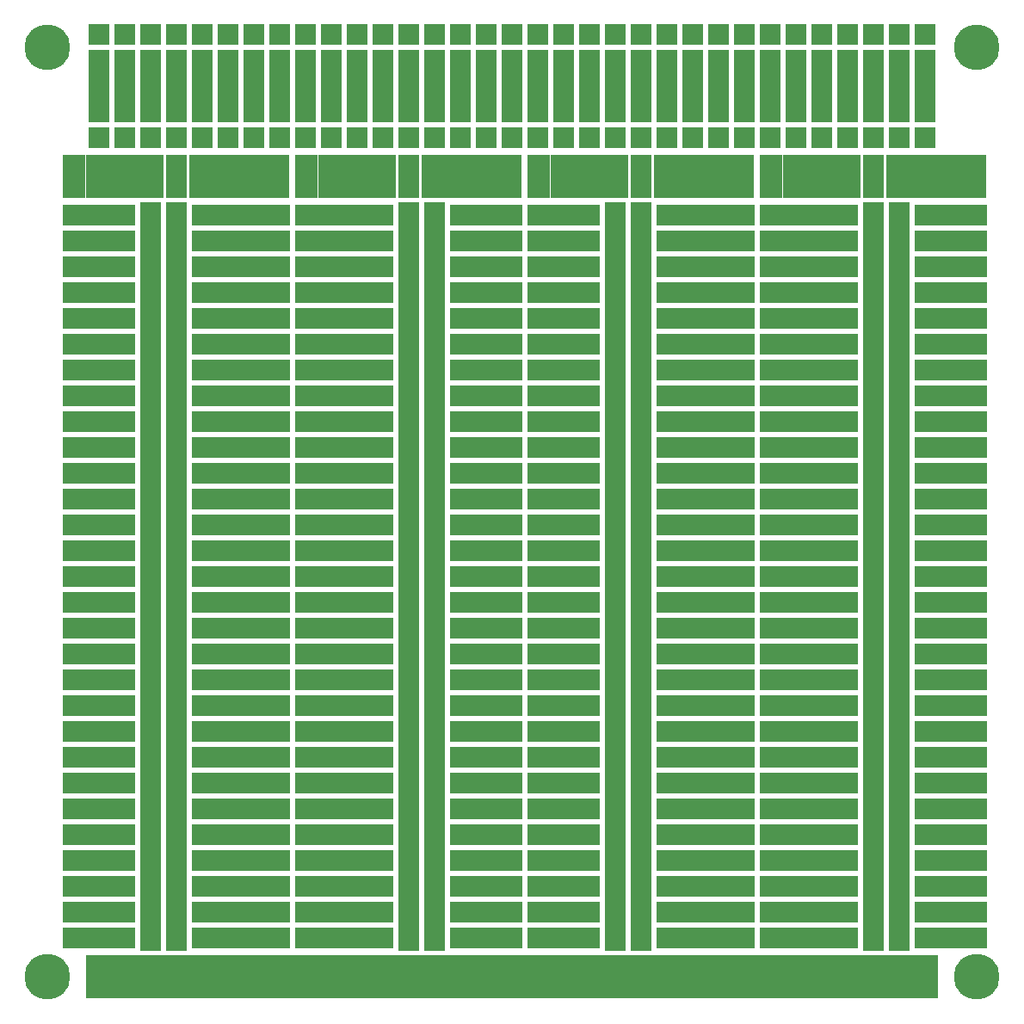
<source format=gbl>
%TF.GenerationSoftware,KiCad,Pcbnew,(5.99.0-1350-g7e4d255cd)*%
%TF.CreationDate,2020-04-19T23:06:08-06:00*%
%TF.ProjectId,generic-pcb,67656e65-7269-4632-9d70-63622e6b6963,rev?*%
%TF.SameCoordinates,PX5d42830PY292dfe0*%
%TF.FileFunction,Copper,L2,Bot*%
%TF.FilePolarity,Positive*%
%FSLAX46Y46*%
G04 Gerber Fmt 4.6, Leading zero omitted, Abs format (unit mm)*
G04 Created by KiCad (PCBNEW (5.99.0-1350-g7e4d255cd)) date 2020-04-19 23:06:08*
%MOMM*%
%LPD*%
G01*
G04 APERTURE LIST*
%TA.AperFunction,ComponentPad*%
%ADD10R,2.540000X2.286000*%
%TD*%
%TA.AperFunction,ComponentPad*%
%ADD11R,2.286000X2.286000*%
%TD*%
%TA.AperFunction,ComponentPad*%
%ADD12R,3.048000X2.286000*%
%TD*%
%TA.AperFunction,ComponentPad*%
%ADD13R,2.032000X2.286000*%
%TD*%
%TA.AperFunction,ComponentPad*%
%ADD14R,2.032000X2.540000*%
%TD*%
%TA.AperFunction,ComponentPad*%
%ADD15R,2.032000X2.032000*%
%TD*%
%TA.AperFunction,ComponentPad*%
%ADD16R,3.048000X2.032000*%
%TD*%
%TA.AperFunction,WasherPad*%
%ADD17C,4.500880*%
%TD*%
G04 APERTURE END LIST*
D10*
%TO.P,REF\u002A\u002A8,Gnd*%
%TO.N,N/C*%
X82550000Y-17526000D03*
D11*
X95123000Y-17526000D03*
D10*
X92710000Y-17526000D03*
X90170000Y-17526000D03*
D11*
X75057000Y-17526000D03*
D10*
X77470000Y-17526000D03*
X87630000Y-17526000D03*
D12*
X80010000Y-17526000D03*
D13*
X85090000Y-17526000D03*
D11*
X75057000Y-15494000D03*
D10*
X77470000Y-15494000D03*
X80010000Y-15494000D03*
X82550000Y-15494000D03*
D11*
X95123000Y-15494000D03*
D10*
X92710000Y-15494000D03*
X90170000Y-15494000D03*
X87630000Y-15494000D03*
D13*
X85090000Y-15494000D03*
%TD*%
%TO.P,REF\u002A\u002A8,Gnd*%
%TO.N,N/C*%
X62230000Y-15494000D03*
D10*
X64770000Y-15494000D03*
X67310000Y-15494000D03*
X69850000Y-15494000D03*
D11*
X72263000Y-15494000D03*
D10*
X59690000Y-15494000D03*
X57150000Y-15494000D03*
X54610000Y-15494000D03*
D11*
X52197000Y-15494000D03*
D13*
X62230000Y-17526000D03*
D12*
X57150000Y-17526000D03*
D10*
X64770000Y-17526000D03*
X54610000Y-17526000D03*
D11*
X52197000Y-17526000D03*
D10*
X67310000Y-17526000D03*
X69850000Y-17526000D03*
D11*
X72263000Y-17526000D03*
D10*
X59690000Y-17526000D03*
%TD*%
%TO.P,REF\u002A\u002A8,Gnd*%
%TO.N,N/C*%
X36830000Y-17526000D03*
D11*
X49403000Y-17526000D03*
D10*
X46990000Y-17526000D03*
X44450000Y-17526000D03*
D11*
X29337000Y-17526000D03*
D10*
X31750000Y-17526000D03*
X41910000Y-17526000D03*
D12*
X34290000Y-17526000D03*
D13*
X39370000Y-17526000D03*
D11*
X29337000Y-15494000D03*
D10*
X31750000Y-15494000D03*
X34290000Y-15494000D03*
X36830000Y-15494000D03*
D11*
X49403000Y-15494000D03*
D10*
X46990000Y-15494000D03*
X44450000Y-15494000D03*
X41910000Y-15494000D03*
D13*
X39370000Y-15494000D03*
%TD*%
%TO.P,REF\u002A\u002A8,Gnd*%
%TO.N,N/C*%
X16510000Y-15494000D03*
D10*
X19050000Y-15494000D03*
X21590000Y-15494000D03*
X24130000Y-15494000D03*
D11*
X26543000Y-15494000D03*
D10*
X13970000Y-15494000D03*
X11430000Y-15494000D03*
X8890000Y-15494000D03*
D11*
X6477000Y-15494000D03*
D13*
X16510000Y-17526000D03*
D12*
X11430000Y-17526000D03*
D10*
X19050000Y-17526000D03*
X8890000Y-17526000D03*
D11*
X6477000Y-17526000D03*
D10*
X21590000Y-17526000D03*
X24130000Y-17526000D03*
D11*
X26543000Y-17526000D03*
D10*
X13970000Y-17526000D03*
%TD*%
D14*
%TO.P,REF\u002A\u002A10,Vcc*%
%TO.N,N/C*%
X87630000Y-91440000D03*
%TO.P,REF\u002A\u002A10,Gnd*%
X85090000Y-91440000D03*
D15*
%TO.P,REF\u002A\u002A10,4*%
X82550000Y-91440000D03*
D16*
%TO.P,REF\u002A\u002A10,5*%
X80010000Y-91440000D03*
%TO.P,REF\u002A\u002A10,6*%
X77470000Y-91440000D03*
D15*
%TO.P,REF\u002A\u002A10,7*%
X74930000Y-91440000D03*
%TO.P,REF\u002A\u002A10,1*%
X95250000Y-91440000D03*
D16*
%TO.P,REF\u002A\u002A10,2*%
X92710000Y-91440000D03*
D15*
%TO.P,REF\u002A\u002A10,3*%
X90170000Y-91440000D03*
%TD*%
D14*
%TO.P,REF\u002A\u002A10,Vcc*%
%TO.N,N/C*%
X41910000Y-91440000D03*
%TO.P,REF\u002A\u002A10,Gnd*%
X39370000Y-91440000D03*
D15*
%TO.P,REF\u002A\u002A10,4*%
X36830000Y-91440000D03*
D16*
%TO.P,REF\u002A\u002A10,5*%
X34290000Y-91440000D03*
%TO.P,REF\u002A\u002A10,6*%
X31750000Y-91440000D03*
D15*
%TO.P,REF\u002A\u002A10,7*%
X29210000Y-91440000D03*
%TO.P,REF\u002A\u002A10,1*%
X49530000Y-91440000D03*
D16*
%TO.P,REF\u002A\u002A10,2*%
X46990000Y-91440000D03*
D15*
%TO.P,REF\u002A\u002A10,3*%
X44450000Y-91440000D03*
%TD*%
D14*
%TO.P,REF\u002A\u002A22,Vcc*%
%TO.N,N/C*%
X62230000Y-40640000D03*
%TO.P,REF\u002A\u002A22,Gnd*%
X59690000Y-40640000D03*
D15*
%TO.P,REF\u002A\u002A22,1*%
X72390000Y-40640000D03*
D16*
%TO.P,REF\u002A\u002A22,2*%
X69850000Y-40640000D03*
%TO.P,REF\u002A\u002A22,3*%
X67310000Y-40640000D03*
D15*
%TO.P,REF\u002A\u002A22,4*%
X64770000Y-40640000D03*
%TO.P,REF\u002A\u002A22,5*%
X57150000Y-40640000D03*
D16*
%TO.P,REF\u002A\u002A22,6*%
X54610000Y-40640000D03*
D15*
%TO.P,REF\u002A\u002A22,7*%
X52070000Y-40640000D03*
%TD*%
D10*
%TO.P,REF\u002A\u002A1,Vcc*%
%TO.N,N/C*%
X8890000Y-96266000D03*
X8890000Y-94234000D03*
%TD*%
D14*
%TO.P,REF\u002A\u002A27,Vcc*%
%TO.N,N/C*%
X16510000Y-27940000D03*
%TO.P,REF\u002A\u002A27,Gnd*%
X13970000Y-27940000D03*
D15*
%TO.P,REF\u002A\u002A27,1*%
X26670000Y-27940000D03*
D16*
%TO.P,REF\u002A\u002A27,2*%
X24130000Y-27940000D03*
%TO.P,REF\u002A\u002A27,3*%
X21590000Y-27940000D03*
D15*
%TO.P,REF\u002A\u002A27,4*%
X19050000Y-27940000D03*
%TO.P,REF\u002A\u002A27,5*%
X11430000Y-27940000D03*
D16*
%TO.P,REF\u002A\u002A27,6*%
X8890000Y-27940000D03*
D15*
%TO.P,REF\u002A\u002A27,7*%
X6350000Y-27940000D03*
%TD*%
D14*
%TO.P,REF\u002A\u002A27,Vcc*%
%TO.N,N/C*%
X16510000Y-25400000D03*
%TO.P,REF\u002A\u002A27,Gnd*%
X13970000Y-25400000D03*
D15*
%TO.P,REF\u002A\u002A27,1*%
X26670000Y-25400000D03*
D16*
%TO.P,REF\u002A\u002A27,2*%
X24130000Y-25400000D03*
%TO.P,REF\u002A\u002A27,3*%
X21590000Y-25400000D03*
D15*
%TO.P,REF\u002A\u002A27,4*%
X19050000Y-25400000D03*
%TO.P,REF\u002A\u002A27,5*%
X11430000Y-25400000D03*
D16*
%TO.P,REF\u002A\u002A27,6*%
X8890000Y-25400000D03*
D15*
%TO.P,REF\u002A\u002A27,7*%
X6350000Y-25400000D03*
%TD*%
D14*
%TO.P,REF\u002A\u002A27,Vcc*%
%TO.N,N/C*%
X16510000Y-22860000D03*
%TO.P,REF\u002A\u002A27,Gnd*%
X13970000Y-22860000D03*
D15*
%TO.P,REF\u002A\u002A27,1*%
X26670000Y-22860000D03*
D16*
%TO.P,REF\u002A\u002A27,2*%
X24130000Y-22860000D03*
%TO.P,REF\u002A\u002A27,3*%
X21590000Y-22860000D03*
D15*
%TO.P,REF\u002A\u002A27,4*%
X19050000Y-22860000D03*
%TO.P,REF\u002A\u002A27,5*%
X11430000Y-22860000D03*
D16*
%TO.P,REF\u002A\u002A27,6*%
X8890000Y-22860000D03*
D15*
%TO.P,REF\u002A\u002A27,7*%
X6350000Y-22860000D03*
%TD*%
D14*
%TO.P,REF\u002A\u002A34,Vcc*%
%TO.N,N/C*%
X41910000Y-27940000D03*
%TO.P,REF\u002A\u002A34,Gnd*%
X39370000Y-27940000D03*
D15*
%TO.P,REF\u002A\u002A34,4*%
X36830000Y-27940000D03*
D16*
%TO.P,REF\u002A\u002A34,5*%
X34290000Y-27940000D03*
%TO.P,REF\u002A\u002A34,6*%
X31750000Y-27940000D03*
D15*
%TO.P,REF\u002A\u002A34,7*%
X29210000Y-27940000D03*
%TO.P,REF\u002A\u002A34,1*%
X49530000Y-27940000D03*
D16*
%TO.P,REF\u002A\u002A34,2*%
X46990000Y-27940000D03*
D15*
%TO.P,REF\u002A\u002A34,3*%
X44450000Y-27940000D03*
%TD*%
D14*
%TO.P,REF\u002A\u002A34,Vcc*%
%TO.N,N/C*%
X41910000Y-25400000D03*
%TO.P,REF\u002A\u002A34,Gnd*%
X39370000Y-25400000D03*
D15*
%TO.P,REF\u002A\u002A34,4*%
X36830000Y-25400000D03*
D16*
%TO.P,REF\u002A\u002A34,5*%
X34290000Y-25400000D03*
%TO.P,REF\u002A\u002A34,6*%
X31750000Y-25400000D03*
D15*
%TO.P,REF\u002A\u002A34,7*%
X29210000Y-25400000D03*
%TO.P,REF\u002A\u002A34,1*%
X49530000Y-25400000D03*
D16*
%TO.P,REF\u002A\u002A34,2*%
X46990000Y-25400000D03*
D15*
%TO.P,REF\u002A\u002A34,3*%
X44450000Y-25400000D03*
%TD*%
D14*
%TO.P,REF\u002A\u002A34,Vcc*%
%TO.N,N/C*%
X41910000Y-22860000D03*
%TO.P,REF\u002A\u002A34,Gnd*%
X39370000Y-22860000D03*
D15*
%TO.P,REF\u002A\u002A34,4*%
X36830000Y-22860000D03*
D16*
%TO.P,REF\u002A\u002A34,5*%
X34290000Y-22860000D03*
%TO.P,REF\u002A\u002A34,6*%
X31750000Y-22860000D03*
D15*
%TO.P,REF\u002A\u002A34,7*%
X29210000Y-22860000D03*
%TO.P,REF\u002A\u002A34,1*%
X49530000Y-22860000D03*
D16*
%TO.P,REF\u002A\u002A34,2*%
X46990000Y-22860000D03*
D15*
%TO.P,REF\u002A\u002A34,3*%
X44450000Y-22860000D03*
%TD*%
D14*
%TO.P,REF\u002A\u002A27,Vcc*%
%TO.N,N/C*%
X62230000Y-27940000D03*
%TO.P,REF\u002A\u002A27,Gnd*%
X59690000Y-27940000D03*
D15*
%TO.P,REF\u002A\u002A27,1*%
X72390000Y-27940000D03*
D16*
%TO.P,REF\u002A\u002A27,2*%
X69850000Y-27940000D03*
%TO.P,REF\u002A\u002A27,3*%
X67310000Y-27940000D03*
D15*
%TO.P,REF\u002A\u002A27,4*%
X64770000Y-27940000D03*
%TO.P,REF\u002A\u002A27,5*%
X57150000Y-27940000D03*
D16*
%TO.P,REF\u002A\u002A27,6*%
X54610000Y-27940000D03*
D15*
%TO.P,REF\u002A\u002A27,7*%
X52070000Y-27940000D03*
%TD*%
D14*
%TO.P,REF\u002A\u002A27,Vcc*%
%TO.N,N/C*%
X62230000Y-25400000D03*
%TO.P,REF\u002A\u002A27,Gnd*%
X59690000Y-25400000D03*
D15*
%TO.P,REF\u002A\u002A27,1*%
X72390000Y-25400000D03*
D16*
%TO.P,REF\u002A\u002A27,2*%
X69850000Y-25400000D03*
%TO.P,REF\u002A\u002A27,3*%
X67310000Y-25400000D03*
D15*
%TO.P,REF\u002A\u002A27,4*%
X64770000Y-25400000D03*
%TO.P,REF\u002A\u002A27,5*%
X57150000Y-25400000D03*
D16*
%TO.P,REF\u002A\u002A27,6*%
X54610000Y-25400000D03*
D15*
%TO.P,REF\u002A\u002A27,7*%
X52070000Y-25400000D03*
%TD*%
D14*
%TO.P,REF\u002A\u002A27,Vcc*%
%TO.N,N/C*%
X62230000Y-22860000D03*
%TO.P,REF\u002A\u002A27,Gnd*%
X59690000Y-22860000D03*
D15*
%TO.P,REF\u002A\u002A27,1*%
X72390000Y-22860000D03*
D16*
%TO.P,REF\u002A\u002A27,2*%
X69850000Y-22860000D03*
%TO.P,REF\u002A\u002A27,3*%
X67310000Y-22860000D03*
D15*
%TO.P,REF\u002A\u002A27,4*%
X64770000Y-22860000D03*
%TO.P,REF\u002A\u002A27,5*%
X57150000Y-22860000D03*
D16*
%TO.P,REF\u002A\u002A27,6*%
X54610000Y-22860000D03*
D15*
%TO.P,REF\u002A\u002A27,7*%
X52070000Y-22860000D03*
%TD*%
D14*
%TO.P,REF\u002A\u002A34,Vcc*%
%TO.N,N/C*%
X87630000Y-27940000D03*
%TO.P,REF\u002A\u002A34,Gnd*%
X85090000Y-27940000D03*
D15*
%TO.P,REF\u002A\u002A34,4*%
X82550000Y-27940000D03*
D16*
%TO.P,REF\u002A\u002A34,5*%
X80010000Y-27940000D03*
%TO.P,REF\u002A\u002A34,6*%
X77470000Y-27940000D03*
D15*
%TO.P,REF\u002A\u002A34,7*%
X74930000Y-27940000D03*
%TO.P,REF\u002A\u002A34,1*%
X95250000Y-27940000D03*
D16*
%TO.P,REF\u002A\u002A34,2*%
X92710000Y-27940000D03*
D15*
%TO.P,REF\u002A\u002A34,3*%
X90170000Y-27940000D03*
%TD*%
D14*
%TO.P,REF\u002A\u002A34,Vcc*%
%TO.N,N/C*%
X87630000Y-25400000D03*
%TO.P,REF\u002A\u002A34,Gnd*%
X85090000Y-25400000D03*
D15*
%TO.P,REF\u002A\u002A34,4*%
X82550000Y-25400000D03*
D16*
%TO.P,REF\u002A\u002A34,5*%
X80010000Y-25400000D03*
%TO.P,REF\u002A\u002A34,6*%
X77470000Y-25400000D03*
D15*
%TO.P,REF\u002A\u002A34,7*%
X74930000Y-25400000D03*
%TO.P,REF\u002A\u002A34,1*%
X95250000Y-25400000D03*
D16*
%TO.P,REF\u002A\u002A34,2*%
X92710000Y-25400000D03*
D15*
%TO.P,REF\u002A\u002A34,3*%
X90170000Y-25400000D03*
%TD*%
D14*
%TO.P,REF\u002A\u002A34,Vcc*%
%TO.N,N/C*%
X87630000Y-22860000D03*
%TO.P,REF\u002A\u002A34,Gnd*%
X85090000Y-22860000D03*
D15*
%TO.P,REF\u002A\u002A34,4*%
X82550000Y-22860000D03*
D16*
%TO.P,REF\u002A\u002A34,5*%
X80010000Y-22860000D03*
%TO.P,REF\u002A\u002A34,6*%
X77470000Y-22860000D03*
D15*
%TO.P,REF\u002A\u002A34,7*%
X74930000Y-22860000D03*
%TO.P,REF\u002A\u002A34,1*%
X95250000Y-22860000D03*
D16*
%TO.P,REF\u002A\u002A34,2*%
X92710000Y-22860000D03*
D15*
%TO.P,REF\u002A\u002A34,3*%
X90170000Y-22860000D03*
%TD*%
D10*
%TO.P,REF\u002A\u002A1,Vcc*%
%TO.N,N/C*%
X11430000Y-96266000D03*
X11430000Y-94234000D03*
%TD*%
%TO.P,REF\u002A\u002A30,Vcc*%
%TO.N,N/C*%
X90170000Y-96266000D03*
X90170000Y-94234000D03*
%TD*%
%TO.P,REF\u002A\u002A30,Vcc*%
%TO.N,N/C*%
X87630000Y-96266000D03*
X87630000Y-94234000D03*
%TD*%
%TO.P,REF\u002A\u002A29,Vcc*%
%TO.N,N/C*%
X85090000Y-96266000D03*
X85090000Y-94234000D03*
%TD*%
%TO.P,REF\u002A\u002A28,Vcc*%
%TO.N,N/C*%
X82550000Y-96266000D03*
X82550000Y-94234000D03*
%TD*%
%TO.P,REF\u002A\u002A27,Vcc*%
%TO.N,N/C*%
X80010000Y-96266000D03*
X80010000Y-94234000D03*
%TD*%
%TO.P,REF\u002A\u002A26,Vcc*%
%TO.N,N/C*%
X77470000Y-96266000D03*
X77470000Y-94234000D03*
%TD*%
%TO.P,REF\u002A\u002A25,Vcc*%
%TO.N,N/C*%
X74930000Y-96266000D03*
X74930000Y-94234000D03*
%TD*%
%TO.P,REF\u002A\u002A24,Vcc*%
%TO.N,N/C*%
X72390000Y-96266000D03*
X72390000Y-94234000D03*
%TD*%
%TO.P,REF\u002A\u002A23,Vcc*%
%TO.N,N/C*%
X69850000Y-96266000D03*
X69850000Y-94234000D03*
%TD*%
%TO.P,REF\u002A\u002A22,Vcc*%
%TO.N,N/C*%
X67310000Y-96266000D03*
X67310000Y-94234000D03*
%TD*%
%TO.P,REF\u002A\u002A21,Vcc*%
%TO.N,N/C*%
X64770000Y-96266000D03*
X64770000Y-94234000D03*
%TD*%
%TO.P,REF\u002A\u002A20,Vcc*%
%TO.N,N/C*%
X62230000Y-96266000D03*
X62230000Y-94234000D03*
%TD*%
%TO.P,REF\u002A\u002A19,Vcc*%
%TO.N,N/C*%
X59690000Y-96266000D03*
X59690000Y-94234000D03*
%TD*%
%TO.P,REF\u002A\u002A18,Vcc*%
%TO.N,N/C*%
X57150000Y-96266000D03*
X57150000Y-94234000D03*
%TD*%
%TO.P,REF\u002A\u002A17,Vcc*%
%TO.N,N/C*%
X54610000Y-96266000D03*
X54610000Y-94234000D03*
%TD*%
%TO.P,REF\u002A\u002A16,Vcc*%
%TO.N,N/C*%
X52070000Y-96266000D03*
X52070000Y-94234000D03*
%TD*%
%TO.P,REF\u002A\u002A15,Vcc*%
%TO.N,N/C*%
X49530000Y-96266000D03*
X49530000Y-94234000D03*
%TD*%
%TO.P,REF\u002A\u002A14,Vcc*%
%TO.N,N/C*%
X46990000Y-96266000D03*
X46990000Y-94234000D03*
%TD*%
%TO.P,REF\u002A\u002A13,Vcc*%
%TO.N,N/C*%
X44450000Y-96266000D03*
X44450000Y-94234000D03*
%TD*%
%TO.P,REF\u002A\u002A12,Vcc*%
%TO.N,N/C*%
X41910000Y-96266000D03*
X41910000Y-94234000D03*
%TD*%
%TO.P,REF\u002A\u002A11,Vcc*%
%TO.N,N/C*%
X39370000Y-96266000D03*
X39370000Y-94234000D03*
%TD*%
%TO.P,REF\u002A\u002A10,Vcc*%
%TO.N,N/C*%
X36830000Y-96266000D03*
X36830000Y-94234000D03*
%TD*%
%TO.P,REF\u002A\u002A9,Vcc*%
%TO.N,N/C*%
X34290000Y-96266000D03*
X34290000Y-94234000D03*
%TD*%
%TO.P,REF\u002A\u002A8,Vcc*%
%TO.N,N/C*%
X31750000Y-96266000D03*
X31750000Y-94234000D03*
%TD*%
%TO.P,REF\u002A\u002A7,Vcc*%
%TO.N,N/C*%
X29210000Y-96266000D03*
X29210000Y-94234000D03*
%TD*%
%TO.P,REF\u002A\u002A6,Vcc*%
%TO.N,N/C*%
X26670000Y-96266000D03*
X26670000Y-94234000D03*
%TD*%
%TO.P,REF\u002A\u002A5,Vcc*%
%TO.N,N/C*%
X24130000Y-96266000D03*
X24130000Y-94234000D03*
%TD*%
%TO.P,REF\u002A\u002A4,Vcc*%
%TO.N,N/C*%
X21590000Y-96266000D03*
X21590000Y-94234000D03*
%TD*%
%TO.P,REF\u002A\u002A3,Vcc*%
%TO.N,N/C*%
X19050000Y-96266000D03*
X19050000Y-94234000D03*
%TD*%
%TO.P,REF\u002A\u002A2,Vcc*%
%TO.N,N/C*%
X16510000Y-96266000D03*
X16510000Y-94234000D03*
%TD*%
D17*
%TO.N,*%
%TO.C,REF\u002A\u002A*%
X95250000Y-3810000D03*
%TD*%
%TO.N,*%
%TO.C,REF\u002A\u002A*%
X95250000Y-95250000D03*
%TD*%
%TO.N,*%
%TO.C,REF\u002A\u002A*%
X3810000Y-95250000D03*
%TD*%
%TO.N,*%
%TO.C,REF\u002A\u002A*%
X3810000Y-3810000D03*
%TD*%
D14*
%TO.P,REF\u002A\u002A3,Vcc*%
%TO.N,N/C*%
X16510000Y-88900000D03*
%TO.P,REF\u002A\u002A3,Gnd*%
X13970000Y-88900000D03*
D15*
%TO.P,REF\u002A\u002A3,1*%
X26670000Y-88900000D03*
D16*
%TO.P,REF\u002A\u002A3,2*%
X24130000Y-88900000D03*
%TO.P,REF\u002A\u002A3,3*%
X21590000Y-88900000D03*
D15*
%TO.P,REF\u002A\u002A3,4*%
X19050000Y-88900000D03*
%TO.P,REF\u002A\u002A3,5*%
X11430000Y-88900000D03*
D16*
%TO.P,REF\u002A\u002A3,6*%
X8890000Y-88900000D03*
D15*
%TO.P,REF\u002A\u002A3,7*%
X6350000Y-88900000D03*
%TD*%
D14*
%TO.P,REF\u002A\u002A4,Vcc*%
%TO.N,N/C*%
X16510000Y-86360000D03*
%TO.P,REF\u002A\u002A4,Gnd*%
X13970000Y-86360000D03*
D15*
%TO.P,REF\u002A\u002A4,1*%
X26670000Y-86360000D03*
D16*
%TO.P,REF\u002A\u002A4,2*%
X24130000Y-86360000D03*
%TO.P,REF\u002A\u002A4,3*%
X21590000Y-86360000D03*
D15*
%TO.P,REF\u002A\u002A4,4*%
X19050000Y-86360000D03*
%TO.P,REF\u002A\u002A4,5*%
X11430000Y-86360000D03*
D16*
%TO.P,REF\u002A\u002A4,6*%
X8890000Y-86360000D03*
D15*
%TO.P,REF\u002A\u002A4,7*%
X6350000Y-86360000D03*
%TD*%
D14*
%TO.P,REF\u002A\u002A5,Vcc*%
%TO.N,N/C*%
X16510000Y-83820000D03*
%TO.P,REF\u002A\u002A5,Gnd*%
X13970000Y-83820000D03*
D15*
%TO.P,REF\u002A\u002A5,1*%
X26670000Y-83820000D03*
D16*
%TO.P,REF\u002A\u002A5,2*%
X24130000Y-83820000D03*
%TO.P,REF\u002A\u002A5,3*%
X21590000Y-83820000D03*
D15*
%TO.P,REF\u002A\u002A5,4*%
X19050000Y-83820000D03*
%TO.P,REF\u002A\u002A5,5*%
X11430000Y-83820000D03*
D16*
%TO.P,REF\u002A\u002A5,6*%
X8890000Y-83820000D03*
D15*
%TO.P,REF\u002A\u002A5,7*%
X6350000Y-83820000D03*
%TD*%
D14*
%TO.P,REF\u002A\u002A6,Vcc*%
%TO.N,N/C*%
X16510000Y-81280000D03*
%TO.P,REF\u002A\u002A6,Gnd*%
X13970000Y-81280000D03*
D15*
%TO.P,REF\u002A\u002A6,1*%
X26670000Y-81280000D03*
D16*
%TO.P,REF\u002A\u002A6,2*%
X24130000Y-81280000D03*
%TO.P,REF\u002A\u002A6,3*%
X21590000Y-81280000D03*
D15*
%TO.P,REF\u002A\u002A6,4*%
X19050000Y-81280000D03*
%TO.P,REF\u002A\u002A6,5*%
X11430000Y-81280000D03*
D16*
%TO.P,REF\u002A\u002A6,6*%
X8890000Y-81280000D03*
D15*
%TO.P,REF\u002A\u002A6,7*%
X6350000Y-81280000D03*
%TD*%
D14*
%TO.P,REF\u002A\u002A7,Vcc*%
%TO.N,N/C*%
X16510000Y-78740000D03*
%TO.P,REF\u002A\u002A7,Gnd*%
X13970000Y-78740000D03*
D15*
%TO.P,REF\u002A\u002A7,1*%
X26670000Y-78740000D03*
D16*
%TO.P,REF\u002A\u002A7,2*%
X24130000Y-78740000D03*
%TO.P,REF\u002A\u002A7,3*%
X21590000Y-78740000D03*
D15*
%TO.P,REF\u002A\u002A7,4*%
X19050000Y-78740000D03*
%TO.P,REF\u002A\u002A7,5*%
X11430000Y-78740000D03*
D16*
%TO.P,REF\u002A\u002A7,6*%
X8890000Y-78740000D03*
D15*
%TO.P,REF\u002A\u002A7,7*%
X6350000Y-78740000D03*
%TD*%
D14*
%TO.P,REF\u002A\u002A8,Vcc*%
%TO.N,N/C*%
X16510000Y-76200000D03*
%TO.P,REF\u002A\u002A8,Gnd*%
X13970000Y-76200000D03*
D15*
%TO.P,REF\u002A\u002A8,1*%
X26670000Y-76200000D03*
D16*
%TO.P,REF\u002A\u002A8,2*%
X24130000Y-76200000D03*
%TO.P,REF\u002A\u002A8,3*%
X21590000Y-76200000D03*
D15*
%TO.P,REF\u002A\u002A8,4*%
X19050000Y-76200000D03*
%TO.P,REF\u002A\u002A8,5*%
X11430000Y-76200000D03*
D16*
%TO.P,REF\u002A\u002A8,6*%
X8890000Y-76200000D03*
D15*
%TO.P,REF\u002A\u002A8,7*%
X6350000Y-76200000D03*
%TD*%
D14*
%TO.P,REF\u002A\u002A9,Vcc*%
%TO.N,N/C*%
X16510000Y-73660000D03*
%TO.P,REF\u002A\u002A9,Gnd*%
X13970000Y-73660000D03*
D15*
%TO.P,REF\u002A\u002A9,1*%
X26670000Y-73660000D03*
D16*
%TO.P,REF\u002A\u002A9,2*%
X24130000Y-73660000D03*
%TO.P,REF\u002A\u002A9,3*%
X21590000Y-73660000D03*
D15*
%TO.P,REF\u002A\u002A9,4*%
X19050000Y-73660000D03*
%TO.P,REF\u002A\u002A9,5*%
X11430000Y-73660000D03*
D16*
%TO.P,REF\u002A\u002A9,6*%
X8890000Y-73660000D03*
D15*
%TO.P,REF\u002A\u002A9,7*%
X6350000Y-73660000D03*
%TD*%
D14*
%TO.P,REF\u002A\u002A10,Vcc*%
%TO.N,N/C*%
X16510000Y-71120000D03*
%TO.P,REF\u002A\u002A10,Gnd*%
X13970000Y-71120000D03*
D15*
%TO.P,REF\u002A\u002A10,1*%
X26670000Y-71120000D03*
D16*
%TO.P,REF\u002A\u002A10,2*%
X24130000Y-71120000D03*
%TO.P,REF\u002A\u002A10,3*%
X21590000Y-71120000D03*
D15*
%TO.P,REF\u002A\u002A10,4*%
X19050000Y-71120000D03*
%TO.P,REF\u002A\u002A10,5*%
X11430000Y-71120000D03*
D16*
%TO.P,REF\u002A\u002A10,6*%
X8890000Y-71120000D03*
D15*
%TO.P,REF\u002A\u002A10,7*%
X6350000Y-71120000D03*
%TD*%
D14*
%TO.P,REF\u002A\u002A11,Vcc*%
%TO.N,N/C*%
X16510000Y-68580000D03*
%TO.P,REF\u002A\u002A11,Gnd*%
X13970000Y-68580000D03*
D15*
%TO.P,REF\u002A\u002A11,1*%
X26670000Y-68580000D03*
D16*
%TO.P,REF\u002A\u002A11,2*%
X24130000Y-68580000D03*
%TO.P,REF\u002A\u002A11,3*%
X21590000Y-68580000D03*
D15*
%TO.P,REF\u002A\u002A11,4*%
X19050000Y-68580000D03*
%TO.P,REF\u002A\u002A11,5*%
X11430000Y-68580000D03*
D16*
%TO.P,REF\u002A\u002A11,6*%
X8890000Y-68580000D03*
D15*
%TO.P,REF\u002A\u002A11,7*%
X6350000Y-68580000D03*
%TD*%
D14*
%TO.P,REF\u002A\u002A12,Vcc*%
%TO.N,N/C*%
X16510000Y-66040000D03*
%TO.P,REF\u002A\u002A12,Gnd*%
X13970000Y-66040000D03*
D15*
%TO.P,REF\u002A\u002A12,1*%
X26670000Y-66040000D03*
D16*
%TO.P,REF\u002A\u002A12,2*%
X24130000Y-66040000D03*
%TO.P,REF\u002A\u002A12,3*%
X21590000Y-66040000D03*
D15*
%TO.P,REF\u002A\u002A12,4*%
X19050000Y-66040000D03*
%TO.P,REF\u002A\u002A12,5*%
X11430000Y-66040000D03*
D16*
%TO.P,REF\u002A\u002A12,6*%
X8890000Y-66040000D03*
D15*
%TO.P,REF\u002A\u002A12,7*%
X6350000Y-66040000D03*
%TD*%
D14*
%TO.P,REF\u002A\u002A13,Vcc*%
%TO.N,N/C*%
X16510000Y-63500000D03*
%TO.P,REF\u002A\u002A13,Gnd*%
X13970000Y-63500000D03*
D15*
%TO.P,REF\u002A\u002A13,1*%
X26670000Y-63500000D03*
D16*
%TO.P,REF\u002A\u002A13,2*%
X24130000Y-63500000D03*
%TO.P,REF\u002A\u002A13,3*%
X21590000Y-63500000D03*
D15*
%TO.P,REF\u002A\u002A13,4*%
X19050000Y-63500000D03*
%TO.P,REF\u002A\u002A13,5*%
X11430000Y-63500000D03*
D16*
%TO.P,REF\u002A\u002A13,6*%
X8890000Y-63500000D03*
D15*
%TO.P,REF\u002A\u002A13,7*%
X6350000Y-63500000D03*
%TD*%
D14*
%TO.P,REF\u002A\u002A14,Vcc*%
%TO.N,N/C*%
X16510000Y-60960000D03*
%TO.P,REF\u002A\u002A14,Gnd*%
X13970000Y-60960000D03*
D15*
%TO.P,REF\u002A\u002A14,1*%
X26670000Y-60960000D03*
D16*
%TO.P,REF\u002A\u002A14,2*%
X24130000Y-60960000D03*
%TO.P,REF\u002A\u002A14,3*%
X21590000Y-60960000D03*
D15*
%TO.P,REF\u002A\u002A14,4*%
X19050000Y-60960000D03*
%TO.P,REF\u002A\u002A14,5*%
X11430000Y-60960000D03*
D16*
%TO.P,REF\u002A\u002A14,6*%
X8890000Y-60960000D03*
D15*
%TO.P,REF\u002A\u002A14,7*%
X6350000Y-60960000D03*
%TD*%
D14*
%TO.P,REF\u002A\u002A15,Vcc*%
%TO.N,N/C*%
X16510000Y-58420000D03*
%TO.P,REF\u002A\u002A15,Gnd*%
X13970000Y-58420000D03*
D15*
%TO.P,REF\u002A\u002A15,1*%
X26670000Y-58420000D03*
D16*
%TO.P,REF\u002A\u002A15,2*%
X24130000Y-58420000D03*
%TO.P,REF\u002A\u002A15,3*%
X21590000Y-58420000D03*
D15*
%TO.P,REF\u002A\u002A15,4*%
X19050000Y-58420000D03*
%TO.P,REF\u002A\u002A15,5*%
X11430000Y-58420000D03*
D16*
%TO.P,REF\u002A\u002A15,6*%
X8890000Y-58420000D03*
D15*
%TO.P,REF\u002A\u002A15,7*%
X6350000Y-58420000D03*
%TD*%
D14*
%TO.P,REF\u002A\u002A16,Vcc*%
%TO.N,N/C*%
X16510000Y-55880000D03*
%TO.P,REF\u002A\u002A16,Gnd*%
X13970000Y-55880000D03*
D15*
%TO.P,REF\u002A\u002A16,1*%
X26670000Y-55880000D03*
D16*
%TO.P,REF\u002A\u002A16,2*%
X24130000Y-55880000D03*
%TO.P,REF\u002A\u002A16,3*%
X21590000Y-55880000D03*
D15*
%TO.P,REF\u002A\u002A16,4*%
X19050000Y-55880000D03*
%TO.P,REF\u002A\u002A16,5*%
X11430000Y-55880000D03*
D16*
%TO.P,REF\u002A\u002A16,6*%
X8890000Y-55880000D03*
D15*
%TO.P,REF\u002A\u002A16,7*%
X6350000Y-55880000D03*
%TD*%
D14*
%TO.P,REF\u002A\u002A17,Vcc*%
%TO.N,N/C*%
X16510000Y-53340000D03*
%TO.P,REF\u002A\u002A17,Gnd*%
X13970000Y-53340000D03*
D15*
%TO.P,REF\u002A\u002A17,1*%
X26670000Y-53340000D03*
D16*
%TO.P,REF\u002A\u002A17,2*%
X24130000Y-53340000D03*
%TO.P,REF\u002A\u002A17,3*%
X21590000Y-53340000D03*
D15*
%TO.P,REF\u002A\u002A17,4*%
X19050000Y-53340000D03*
%TO.P,REF\u002A\u002A17,5*%
X11430000Y-53340000D03*
D16*
%TO.P,REF\u002A\u002A17,6*%
X8890000Y-53340000D03*
D15*
%TO.P,REF\u002A\u002A17,7*%
X6350000Y-53340000D03*
%TD*%
D14*
%TO.P,REF\u002A\u002A18,Vcc*%
%TO.N,N/C*%
X16510000Y-50800000D03*
%TO.P,REF\u002A\u002A18,Gnd*%
X13970000Y-50800000D03*
D15*
%TO.P,REF\u002A\u002A18,1*%
X26670000Y-50800000D03*
D16*
%TO.P,REF\u002A\u002A18,2*%
X24130000Y-50800000D03*
%TO.P,REF\u002A\u002A18,3*%
X21590000Y-50800000D03*
D15*
%TO.P,REF\u002A\u002A18,4*%
X19050000Y-50800000D03*
%TO.P,REF\u002A\u002A18,5*%
X11430000Y-50800000D03*
D16*
%TO.P,REF\u002A\u002A18,6*%
X8890000Y-50800000D03*
D15*
%TO.P,REF\u002A\u002A18,7*%
X6350000Y-50800000D03*
%TD*%
D14*
%TO.P,REF\u002A\u002A19,Vcc*%
%TO.N,N/C*%
X16510000Y-48260000D03*
%TO.P,REF\u002A\u002A19,Gnd*%
X13970000Y-48260000D03*
D15*
%TO.P,REF\u002A\u002A19,1*%
X26670000Y-48260000D03*
D16*
%TO.P,REF\u002A\u002A19,2*%
X24130000Y-48260000D03*
%TO.P,REF\u002A\u002A19,3*%
X21590000Y-48260000D03*
D15*
%TO.P,REF\u002A\u002A19,4*%
X19050000Y-48260000D03*
%TO.P,REF\u002A\u002A19,5*%
X11430000Y-48260000D03*
D16*
%TO.P,REF\u002A\u002A19,6*%
X8890000Y-48260000D03*
D15*
%TO.P,REF\u002A\u002A19,7*%
X6350000Y-48260000D03*
%TD*%
D14*
%TO.P,REF\u002A\u002A20,Vcc*%
%TO.N,N/C*%
X16510000Y-45720000D03*
%TO.P,REF\u002A\u002A20,Gnd*%
X13970000Y-45720000D03*
D15*
%TO.P,REF\u002A\u002A20,1*%
X26670000Y-45720000D03*
D16*
%TO.P,REF\u002A\u002A20,2*%
X24130000Y-45720000D03*
%TO.P,REF\u002A\u002A20,3*%
X21590000Y-45720000D03*
D15*
%TO.P,REF\u002A\u002A20,4*%
X19050000Y-45720000D03*
%TO.P,REF\u002A\u002A20,5*%
X11430000Y-45720000D03*
D16*
%TO.P,REF\u002A\u002A20,6*%
X8890000Y-45720000D03*
D15*
%TO.P,REF\u002A\u002A20,7*%
X6350000Y-45720000D03*
%TD*%
D14*
%TO.P,REF\u002A\u002A21,Vcc*%
%TO.N,N/C*%
X16510000Y-43180000D03*
%TO.P,REF\u002A\u002A21,Gnd*%
X13970000Y-43180000D03*
D15*
%TO.P,REF\u002A\u002A21,1*%
X26670000Y-43180000D03*
D16*
%TO.P,REF\u002A\u002A21,2*%
X24130000Y-43180000D03*
%TO.P,REF\u002A\u002A21,3*%
X21590000Y-43180000D03*
D15*
%TO.P,REF\u002A\u002A21,4*%
X19050000Y-43180000D03*
%TO.P,REF\u002A\u002A21,5*%
X11430000Y-43180000D03*
D16*
%TO.P,REF\u002A\u002A21,6*%
X8890000Y-43180000D03*
D15*
%TO.P,REF\u002A\u002A21,7*%
X6350000Y-43180000D03*
%TD*%
D14*
%TO.P,REF\u002A\u002A22,Vcc*%
%TO.N,N/C*%
X16510000Y-40640000D03*
%TO.P,REF\u002A\u002A22,Gnd*%
X13970000Y-40640000D03*
D15*
%TO.P,REF\u002A\u002A22,1*%
X26670000Y-40640000D03*
D16*
%TO.P,REF\u002A\u002A22,2*%
X24130000Y-40640000D03*
%TO.P,REF\u002A\u002A22,3*%
X21590000Y-40640000D03*
D15*
%TO.P,REF\u002A\u002A22,4*%
X19050000Y-40640000D03*
%TO.P,REF\u002A\u002A22,5*%
X11430000Y-40640000D03*
D16*
%TO.P,REF\u002A\u002A22,6*%
X8890000Y-40640000D03*
D15*
%TO.P,REF\u002A\u002A22,7*%
X6350000Y-40640000D03*
%TD*%
D14*
%TO.P,REF\u002A\u002A23,Vcc*%
%TO.N,N/C*%
X16510000Y-38100000D03*
%TO.P,REF\u002A\u002A23,Gnd*%
X13970000Y-38100000D03*
D15*
%TO.P,REF\u002A\u002A23,1*%
X26670000Y-38100000D03*
D16*
%TO.P,REF\u002A\u002A23,2*%
X24130000Y-38100000D03*
%TO.P,REF\u002A\u002A23,3*%
X21590000Y-38100000D03*
D15*
%TO.P,REF\u002A\u002A23,4*%
X19050000Y-38100000D03*
%TO.P,REF\u002A\u002A23,5*%
X11430000Y-38100000D03*
D16*
%TO.P,REF\u002A\u002A23,6*%
X8890000Y-38100000D03*
D15*
%TO.P,REF\u002A\u002A23,7*%
X6350000Y-38100000D03*
%TD*%
D14*
%TO.P,REF\u002A\u002A24,Vcc*%
%TO.N,N/C*%
X16510000Y-35560000D03*
%TO.P,REF\u002A\u002A24,Gnd*%
X13970000Y-35560000D03*
D15*
%TO.P,REF\u002A\u002A24,1*%
X26670000Y-35560000D03*
D16*
%TO.P,REF\u002A\u002A24,2*%
X24130000Y-35560000D03*
%TO.P,REF\u002A\u002A24,3*%
X21590000Y-35560000D03*
D15*
%TO.P,REF\u002A\u002A24,4*%
X19050000Y-35560000D03*
%TO.P,REF\u002A\u002A24,5*%
X11430000Y-35560000D03*
D16*
%TO.P,REF\u002A\u002A24,6*%
X8890000Y-35560000D03*
D15*
%TO.P,REF\u002A\u002A24,7*%
X6350000Y-35560000D03*
%TD*%
D14*
%TO.P,REF\u002A\u002A25,Vcc*%
%TO.N,N/C*%
X16510000Y-33020000D03*
%TO.P,REF\u002A\u002A25,Gnd*%
X13970000Y-33020000D03*
D15*
%TO.P,REF\u002A\u002A25,1*%
X26670000Y-33020000D03*
D16*
%TO.P,REF\u002A\u002A25,2*%
X24130000Y-33020000D03*
%TO.P,REF\u002A\u002A25,3*%
X21590000Y-33020000D03*
D15*
%TO.P,REF\u002A\u002A25,4*%
X19050000Y-33020000D03*
%TO.P,REF\u002A\u002A25,5*%
X11430000Y-33020000D03*
D16*
%TO.P,REF\u002A\u002A25,6*%
X8890000Y-33020000D03*
D15*
%TO.P,REF\u002A\u002A25,7*%
X6350000Y-33020000D03*
%TD*%
D14*
%TO.P,REF\u002A\u002A26,Vcc*%
%TO.N,N/C*%
X16510000Y-30480000D03*
%TO.P,REF\u002A\u002A26,Gnd*%
X13970000Y-30480000D03*
D15*
%TO.P,REF\u002A\u002A26,1*%
X26670000Y-30480000D03*
D16*
%TO.P,REF\u002A\u002A26,2*%
X24130000Y-30480000D03*
%TO.P,REF\u002A\u002A26,3*%
X21590000Y-30480000D03*
D15*
%TO.P,REF\u002A\u002A26,4*%
X19050000Y-30480000D03*
%TO.P,REF\u002A\u002A26,5*%
X11430000Y-30480000D03*
D16*
%TO.P,REF\u002A\u002A26,6*%
X8890000Y-30480000D03*
D15*
%TO.P,REF\u002A\u002A26,7*%
X6350000Y-30480000D03*
%TD*%
D14*
%TO.P,REF\u002A\u002A27,Vcc*%
%TO.N,N/C*%
X16510000Y-20320000D03*
%TO.P,REF\u002A\u002A27,Gnd*%
X13970000Y-20320000D03*
D15*
%TO.P,REF\u002A\u002A27,1*%
X26670000Y-20320000D03*
D16*
%TO.P,REF\u002A\u002A27,2*%
X24130000Y-20320000D03*
%TO.P,REF\u002A\u002A27,3*%
X21590000Y-20320000D03*
D15*
%TO.P,REF\u002A\u002A27,4*%
X19050000Y-20320000D03*
%TO.P,REF\u002A\u002A27,5*%
X11430000Y-20320000D03*
D16*
%TO.P,REF\u002A\u002A27,6*%
X8890000Y-20320000D03*
D15*
%TO.P,REF\u002A\u002A27,7*%
X6350000Y-20320000D03*
%TD*%
D14*
%TO.P,REF\u002A\u002A27,Vcc*%
%TO.N,N/C*%
X16510000Y-20320000D03*
%TO.P,REF\u002A\u002A27,Gnd*%
X13970000Y-20320000D03*
D15*
%TO.P,REF\u002A\u002A27,1*%
X26670000Y-20320000D03*
D16*
%TO.P,REF\u002A\u002A27,2*%
X24130000Y-20320000D03*
%TO.P,REF\u002A\u002A27,3*%
X21590000Y-20320000D03*
D15*
%TO.P,REF\u002A\u002A27,4*%
X19050000Y-20320000D03*
%TO.P,REF\u002A\u002A27,5*%
X11430000Y-20320000D03*
D16*
%TO.P,REF\u002A\u002A27,6*%
X8890000Y-20320000D03*
D15*
%TO.P,REF\u002A\u002A27,7*%
X6350000Y-20320000D03*
%TD*%
D14*
%TO.P,REF\u002A\u002A26,Vcc*%
%TO.N,N/C*%
X16510000Y-30480000D03*
%TO.P,REF\u002A\u002A26,Gnd*%
X13970000Y-30480000D03*
D15*
%TO.P,REF\u002A\u002A26,1*%
X26670000Y-30480000D03*
D16*
%TO.P,REF\u002A\u002A26,2*%
X24130000Y-30480000D03*
%TO.P,REF\u002A\u002A26,3*%
X21590000Y-30480000D03*
D15*
%TO.P,REF\u002A\u002A26,4*%
X19050000Y-30480000D03*
%TO.P,REF\u002A\u002A26,5*%
X11430000Y-30480000D03*
D16*
%TO.P,REF\u002A\u002A26,6*%
X8890000Y-30480000D03*
D15*
%TO.P,REF\u002A\u002A26,7*%
X6350000Y-30480000D03*
%TD*%
D14*
%TO.P,REF\u002A\u002A25,Vcc*%
%TO.N,N/C*%
X16510000Y-33020000D03*
%TO.P,REF\u002A\u002A25,Gnd*%
X13970000Y-33020000D03*
D15*
%TO.P,REF\u002A\u002A25,1*%
X26670000Y-33020000D03*
D16*
%TO.P,REF\u002A\u002A25,2*%
X24130000Y-33020000D03*
%TO.P,REF\u002A\u002A25,3*%
X21590000Y-33020000D03*
D15*
%TO.P,REF\u002A\u002A25,4*%
X19050000Y-33020000D03*
%TO.P,REF\u002A\u002A25,5*%
X11430000Y-33020000D03*
D16*
%TO.P,REF\u002A\u002A25,6*%
X8890000Y-33020000D03*
D15*
%TO.P,REF\u002A\u002A25,7*%
X6350000Y-33020000D03*
%TD*%
D14*
%TO.P,REF\u002A\u002A24,Vcc*%
%TO.N,N/C*%
X16510000Y-35560000D03*
%TO.P,REF\u002A\u002A24,Gnd*%
X13970000Y-35560000D03*
D15*
%TO.P,REF\u002A\u002A24,1*%
X26670000Y-35560000D03*
D16*
%TO.P,REF\u002A\u002A24,2*%
X24130000Y-35560000D03*
%TO.P,REF\u002A\u002A24,3*%
X21590000Y-35560000D03*
D15*
%TO.P,REF\u002A\u002A24,4*%
X19050000Y-35560000D03*
%TO.P,REF\u002A\u002A24,5*%
X11430000Y-35560000D03*
D16*
%TO.P,REF\u002A\u002A24,6*%
X8890000Y-35560000D03*
D15*
%TO.P,REF\u002A\u002A24,7*%
X6350000Y-35560000D03*
%TD*%
D14*
%TO.P,REF\u002A\u002A23,Vcc*%
%TO.N,N/C*%
X16510000Y-38100000D03*
%TO.P,REF\u002A\u002A23,Gnd*%
X13970000Y-38100000D03*
D15*
%TO.P,REF\u002A\u002A23,1*%
X26670000Y-38100000D03*
D16*
%TO.P,REF\u002A\u002A23,2*%
X24130000Y-38100000D03*
%TO.P,REF\u002A\u002A23,3*%
X21590000Y-38100000D03*
D15*
%TO.P,REF\u002A\u002A23,4*%
X19050000Y-38100000D03*
%TO.P,REF\u002A\u002A23,5*%
X11430000Y-38100000D03*
D16*
%TO.P,REF\u002A\u002A23,6*%
X8890000Y-38100000D03*
D15*
%TO.P,REF\u002A\u002A23,7*%
X6350000Y-38100000D03*
%TD*%
D14*
%TO.P,REF\u002A\u002A22,Vcc*%
%TO.N,N/C*%
X16510000Y-40640000D03*
%TO.P,REF\u002A\u002A22,Gnd*%
X13970000Y-40640000D03*
D15*
%TO.P,REF\u002A\u002A22,1*%
X26670000Y-40640000D03*
D16*
%TO.P,REF\u002A\u002A22,2*%
X24130000Y-40640000D03*
%TO.P,REF\u002A\u002A22,3*%
X21590000Y-40640000D03*
D15*
%TO.P,REF\u002A\u002A22,4*%
X19050000Y-40640000D03*
%TO.P,REF\u002A\u002A22,5*%
X11430000Y-40640000D03*
D16*
%TO.P,REF\u002A\u002A22,6*%
X8890000Y-40640000D03*
D15*
%TO.P,REF\u002A\u002A22,7*%
X6350000Y-40640000D03*
%TD*%
D14*
%TO.P,REF\u002A\u002A21,Vcc*%
%TO.N,N/C*%
X16510000Y-43180000D03*
%TO.P,REF\u002A\u002A21,Gnd*%
X13970000Y-43180000D03*
D15*
%TO.P,REF\u002A\u002A21,1*%
X26670000Y-43180000D03*
D16*
%TO.P,REF\u002A\u002A21,2*%
X24130000Y-43180000D03*
%TO.P,REF\u002A\u002A21,3*%
X21590000Y-43180000D03*
D15*
%TO.P,REF\u002A\u002A21,4*%
X19050000Y-43180000D03*
%TO.P,REF\u002A\u002A21,5*%
X11430000Y-43180000D03*
D16*
%TO.P,REF\u002A\u002A21,6*%
X8890000Y-43180000D03*
D15*
%TO.P,REF\u002A\u002A21,7*%
X6350000Y-43180000D03*
%TD*%
D14*
%TO.P,REF\u002A\u002A20,Vcc*%
%TO.N,N/C*%
X16510000Y-45720000D03*
%TO.P,REF\u002A\u002A20,Gnd*%
X13970000Y-45720000D03*
D15*
%TO.P,REF\u002A\u002A20,1*%
X26670000Y-45720000D03*
D16*
%TO.P,REF\u002A\u002A20,2*%
X24130000Y-45720000D03*
%TO.P,REF\u002A\u002A20,3*%
X21590000Y-45720000D03*
D15*
%TO.P,REF\u002A\u002A20,4*%
X19050000Y-45720000D03*
%TO.P,REF\u002A\u002A20,5*%
X11430000Y-45720000D03*
D16*
%TO.P,REF\u002A\u002A20,6*%
X8890000Y-45720000D03*
D15*
%TO.P,REF\u002A\u002A20,7*%
X6350000Y-45720000D03*
%TD*%
D14*
%TO.P,REF\u002A\u002A19,Vcc*%
%TO.N,N/C*%
X16510000Y-48260000D03*
%TO.P,REF\u002A\u002A19,Gnd*%
X13970000Y-48260000D03*
D15*
%TO.P,REF\u002A\u002A19,1*%
X26670000Y-48260000D03*
D16*
%TO.P,REF\u002A\u002A19,2*%
X24130000Y-48260000D03*
%TO.P,REF\u002A\u002A19,3*%
X21590000Y-48260000D03*
D15*
%TO.P,REF\u002A\u002A19,4*%
X19050000Y-48260000D03*
%TO.P,REF\u002A\u002A19,5*%
X11430000Y-48260000D03*
D16*
%TO.P,REF\u002A\u002A19,6*%
X8890000Y-48260000D03*
D15*
%TO.P,REF\u002A\u002A19,7*%
X6350000Y-48260000D03*
%TD*%
D14*
%TO.P,REF\u002A\u002A18,Vcc*%
%TO.N,N/C*%
X16510000Y-50800000D03*
%TO.P,REF\u002A\u002A18,Gnd*%
X13970000Y-50800000D03*
D15*
%TO.P,REF\u002A\u002A18,1*%
X26670000Y-50800000D03*
D16*
%TO.P,REF\u002A\u002A18,2*%
X24130000Y-50800000D03*
%TO.P,REF\u002A\u002A18,3*%
X21590000Y-50800000D03*
D15*
%TO.P,REF\u002A\u002A18,4*%
X19050000Y-50800000D03*
%TO.P,REF\u002A\u002A18,5*%
X11430000Y-50800000D03*
D16*
%TO.P,REF\u002A\u002A18,6*%
X8890000Y-50800000D03*
D15*
%TO.P,REF\u002A\u002A18,7*%
X6350000Y-50800000D03*
%TD*%
D14*
%TO.P,REF\u002A\u002A17,Vcc*%
%TO.N,N/C*%
X16510000Y-53340000D03*
%TO.P,REF\u002A\u002A17,Gnd*%
X13970000Y-53340000D03*
D15*
%TO.P,REF\u002A\u002A17,1*%
X26670000Y-53340000D03*
D16*
%TO.P,REF\u002A\u002A17,2*%
X24130000Y-53340000D03*
%TO.P,REF\u002A\u002A17,3*%
X21590000Y-53340000D03*
D15*
%TO.P,REF\u002A\u002A17,4*%
X19050000Y-53340000D03*
%TO.P,REF\u002A\u002A17,5*%
X11430000Y-53340000D03*
D16*
%TO.P,REF\u002A\u002A17,6*%
X8890000Y-53340000D03*
D15*
%TO.P,REF\u002A\u002A17,7*%
X6350000Y-53340000D03*
%TD*%
D14*
%TO.P,REF\u002A\u002A16,Vcc*%
%TO.N,N/C*%
X16510000Y-55880000D03*
%TO.P,REF\u002A\u002A16,Gnd*%
X13970000Y-55880000D03*
D15*
%TO.P,REF\u002A\u002A16,1*%
X26670000Y-55880000D03*
D16*
%TO.P,REF\u002A\u002A16,2*%
X24130000Y-55880000D03*
%TO.P,REF\u002A\u002A16,3*%
X21590000Y-55880000D03*
D15*
%TO.P,REF\u002A\u002A16,4*%
X19050000Y-55880000D03*
%TO.P,REF\u002A\u002A16,5*%
X11430000Y-55880000D03*
D16*
%TO.P,REF\u002A\u002A16,6*%
X8890000Y-55880000D03*
D15*
%TO.P,REF\u002A\u002A16,7*%
X6350000Y-55880000D03*
%TD*%
D14*
%TO.P,REF\u002A\u002A15,Vcc*%
%TO.N,N/C*%
X16510000Y-58420000D03*
%TO.P,REF\u002A\u002A15,Gnd*%
X13970000Y-58420000D03*
D15*
%TO.P,REF\u002A\u002A15,1*%
X26670000Y-58420000D03*
D16*
%TO.P,REF\u002A\u002A15,2*%
X24130000Y-58420000D03*
%TO.P,REF\u002A\u002A15,3*%
X21590000Y-58420000D03*
D15*
%TO.P,REF\u002A\u002A15,4*%
X19050000Y-58420000D03*
%TO.P,REF\u002A\u002A15,5*%
X11430000Y-58420000D03*
D16*
%TO.P,REF\u002A\u002A15,6*%
X8890000Y-58420000D03*
D15*
%TO.P,REF\u002A\u002A15,7*%
X6350000Y-58420000D03*
%TD*%
D14*
%TO.P,REF\u002A\u002A14,Vcc*%
%TO.N,N/C*%
X16510000Y-60960000D03*
%TO.P,REF\u002A\u002A14,Gnd*%
X13970000Y-60960000D03*
D15*
%TO.P,REF\u002A\u002A14,1*%
X26670000Y-60960000D03*
D16*
%TO.P,REF\u002A\u002A14,2*%
X24130000Y-60960000D03*
%TO.P,REF\u002A\u002A14,3*%
X21590000Y-60960000D03*
D15*
%TO.P,REF\u002A\u002A14,4*%
X19050000Y-60960000D03*
%TO.P,REF\u002A\u002A14,5*%
X11430000Y-60960000D03*
D16*
%TO.P,REF\u002A\u002A14,6*%
X8890000Y-60960000D03*
D15*
%TO.P,REF\u002A\u002A14,7*%
X6350000Y-60960000D03*
%TD*%
D14*
%TO.P,REF\u002A\u002A13,Vcc*%
%TO.N,N/C*%
X16510000Y-63500000D03*
%TO.P,REF\u002A\u002A13,Gnd*%
X13970000Y-63500000D03*
D15*
%TO.P,REF\u002A\u002A13,1*%
X26670000Y-63500000D03*
D16*
%TO.P,REF\u002A\u002A13,2*%
X24130000Y-63500000D03*
%TO.P,REF\u002A\u002A13,3*%
X21590000Y-63500000D03*
D15*
%TO.P,REF\u002A\u002A13,4*%
X19050000Y-63500000D03*
%TO.P,REF\u002A\u002A13,5*%
X11430000Y-63500000D03*
D16*
%TO.P,REF\u002A\u002A13,6*%
X8890000Y-63500000D03*
D15*
%TO.P,REF\u002A\u002A13,7*%
X6350000Y-63500000D03*
%TD*%
D14*
%TO.P,REF\u002A\u002A12,Vcc*%
%TO.N,N/C*%
X16510000Y-66040000D03*
%TO.P,REF\u002A\u002A12,Gnd*%
X13970000Y-66040000D03*
D15*
%TO.P,REF\u002A\u002A12,1*%
X26670000Y-66040000D03*
D16*
%TO.P,REF\u002A\u002A12,2*%
X24130000Y-66040000D03*
%TO.P,REF\u002A\u002A12,3*%
X21590000Y-66040000D03*
D15*
%TO.P,REF\u002A\u002A12,4*%
X19050000Y-66040000D03*
%TO.P,REF\u002A\u002A12,5*%
X11430000Y-66040000D03*
D16*
%TO.P,REF\u002A\u002A12,6*%
X8890000Y-66040000D03*
D15*
%TO.P,REF\u002A\u002A12,7*%
X6350000Y-66040000D03*
%TD*%
D14*
%TO.P,REF\u002A\u002A11,Vcc*%
%TO.N,N/C*%
X16510000Y-68580000D03*
%TO.P,REF\u002A\u002A11,Gnd*%
X13970000Y-68580000D03*
D15*
%TO.P,REF\u002A\u002A11,1*%
X26670000Y-68580000D03*
D16*
%TO.P,REF\u002A\u002A11,2*%
X24130000Y-68580000D03*
%TO.P,REF\u002A\u002A11,3*%
X21590000Y-68580000D03*
D15*
%TO.P,REF\u002A\u002A11,4*%
X19050000Y-68580000D03*
%TO.P,REF\u002A\u002A11,5*%
X11430000Y-68580000D03*
D16*
%TO.P,REF\u002A\u002A11,6*%
X8890000Y-68580000D03*
D15*
%TO.P,REF\u002A\u002A11,7*%
X6350000Y-68580000D03*
%TD*%
D14*
%TO.P,REF\u002A\u002A10,Vcc*%
%TO.N,N/C*%
X16510000Y-71120000D03*
%TO.P,REF\u002A\u002A10,Gnd*%
X13970000Y-71120000D03*
D15*
%TO.P,REF\u002A\u002A10,1*%
X26670000Y-71120000D03*
D16*
%TO.P,REF\u002A\u002A10,2*%
X24130000Y-71120000D03*
%TO.P,REF\u002A\u002A10,3*%
X21590000Y-71120000D03*
D15*
%TO.P,REF\u002A\u002A10,4*%
X19050000Y-71120000D03*
%TO.P,REF\u002A\u002A10,5*%
X11430000Y-71120000D03*
D16*
%TO.P,REF\u002A\u002A10,6*%
X8890000Y-71120000D03*
D15*
%TO.P,REF\u002A\u002A10,7*%
X6350000Y-71120000D03*
%TD*%
D14*
%TO.P,REF\u002A\u002A9,Vcc*%
%TO.N,N/C*%
X16510000Y-73660000D03*
%TO.P,REF\u002A\u002A9,Gnd*%
X13970000Y-73660000D03*
D15*
%TO.P,REF\u002A\u002A9,1*%
X26670000Y-73660000D03*
D16*
%TO.P,REF\u002A\u002A9,2*%
X24130000Y-73660000D03*
%TO.P,REF\u002A\u002A9,3*%
X21590000Y-73660000D03*
D15*
%TO.P,REF\u002A\u002A9,4*%
X19050000Y-73660000D03*
%TO.P,REF\u002A\u002A9,5*%
X11430000Y-73660000D03*
D16*
%TO.P,REF\u002A\u002A9,6*%
X8890000Y-73660000D03*
D15*
%TO.P,REF\u002A\u002A9,7*%
X6350000Y-73660000D03*
%TD*%
D14*
%TO.P,REF\u002A\u002A8,Vcc*%
%TO.N,N/C*%
X16510000Y-76200000D03*
%TO.P,REF\u002A\u002A8,Gnd*%
X13970000Y-76200000D03*
D15*
%TO.P,REF\u002A\u002A8,1*%
X26670000Y-76200000D03*
D16*
%TO.P,REF\u002A\u002A8,2*%
X24130000Y-76200000D03*
%TO.P,REF\u002A\u002A8,3*%
X21590000Y-76200000D03*
D15*
%TO.P,REF\u002A\u002A8,4*%
X19050000Y-76200000D03*
%TO.P,REF\u002A\u002A8,5*%
X11430000Y-76200000D03*
D16*
%TO.P,REF\u002A\u002A8,6*%
X8890000Y-76200000D03*
D15*
%TO.P,REF\u002A\u002A8,7*%
X6350000Y-76200000D03*
%TD*%
D14*
%TO.P,REF\u002A\u002A7,Vcc*%
%TO.N,N/C*%
X16510000Y-78740000D03*
%TO.P,REF\u002A\u002A7,Gnd*%
X13970000Y-78740000D03*
D15*
%TO.P,REF\u002A\u002A7,1*%
X26670000Y-78740000D03*
D16*
%TO.P,REF\u002A\u002A7,2*%
X24130000Y-78740000D03*
%TO.P,REF\u002A\u002A7,3*%
X21590000Y-78740000D03*
D15*
%TO.P,REF\u002A\u002A7,4*%
X19050000Y-78740000D03*
%TO.P,REF\u002A\u002A7,5*%
X11430000Y-78740000D03*
D16*
%TO.P,REF\u002A\u002A7,6*%
X8890000Y-78740000D03*
D15*
%TO.P,REF\u002A\u002A7,7*%
X6350000Y-78740000D03*
%TD*%
D14*
%TO.P,REF\u002A\u002A6,Vcc*%
%TO.N,N/C*%
X16510000Y-81280000D03*
%TO.P,REF\u002A\u002A6,Gnd*%
X13970000Y-81280000D03*
D15*
%TO.P,REF\u002A\u002A6,1*%
X26670000Y-81280000D03*
D16*
%TO.P,REF\u002A\u002A6,2*%
X24130000Y-81280000D03*
%TO.P,REF\u002A\u002A6,3*%
X21590000Y-81280000D03*
D15*
%TO.P,REF\u002A\u002A6,4*%
X19050000Y-81280000D03*
%TO.P,REF\u002A\u002A6,5*%
X11430000Y-81280000D03*
D16*
%TO.P,REF\u002A\u002A6,6*%
X8890000Y-81280000D03*
D15*
%TO.P,REF\u002A\u002A6,7*%
X6350000Y-81280000D03*
%TD*%
D14*
%TO.P,REF\u002A\u002A5,Vcc*%
%TO.N,N/C*%
X16510000Y-83820000D03*
%TO.P,REF\u002A\u002A5,Gnd*%
X13970000Y-83820000D03*
D15*
%TO.P,REF\u002A\u002A5,1*%
X26670000Y-83820000D03*
D16*
%TO.P,REF\u002A\u002A5,2*%
X24130000Y-83820000D03*
%TO.P,REF\u002A\u002A5,3*%
X21590000Y-83820000D03*
D15*
%TO.P,REF\u002A\u002A5,4*%
X19050000Y-83820000D03*
%TO.P,REF\u002A\u002A5,5*%
X11430000Y-83820000D03*
D16*
%TO.P,REF\u002A\u002A5,6*%
X8890000Y-83820000D03*
D15*
%TO.P,REF\u002A\u002A5,7*%
X6350000Y-83820000D03*
%TD*%
D14*
%TO.P,REF\u002A\u002A4,Vcc*%
%TO.N,N/C*%
X16510000Y-86360000D03*
%TO.P,REF\u002A\u002A4,Gnd*%
X13970000Y-86360000D03*
D15*
%TO.P,REF\u002A\u002A4,1*%
X26670000Y-86360000D03*
D16*
%TO.P,REF\u002A\u002A4,2*%
X24130000Y-86360000D03*
%TO.P,REF\u002A\u002A4,3*%
X21590000Y-86360000D03*
D15*
%TO.P,REF\u002A\u002A4,4*%
X19050000Y-86360000D03*
%TO.P,REF\u002A\u002A4,5*%
X11430000Y-86360000D03*
D16*
%TO.P,REF\u002A\u002A4,6*%
X8890000Y-86360000D03*
D15*
%TO.P,REF\u002A\u002A4,7*%
X6350000Y-86360000D03*
%TD*%
D14*
%TO.P,REF\u002A\u002A3,Vcc*%
%TO.N,N/C*%
X16510000Y-91440000D03*
%TO.P,REF\u002A\u002A3,Gnd*%
X13970000Y-91440000D03*
D15*
%TO.P,REF\u002A\u002A3,1*%
X26670000Y-91440000D03*
D16*
%TO.P,REF\u002A\u002A3,2*%
X24130000Y-91440000D03*
%TO.P,REF\u002A\u002A3,3*%
X21590000Y-91440000D03*
D15*
%TO.P,REF\u002A\u002A3,4*%
X19050000Y-91440000D03*
%TO.P,REF\u002A\u002A3,5*%
X11430000Y-91440000D03*
D16*
%TO.P,REF\u002A\u002A3,6*%
X8890000Y-91440000D03*
D15*
%TO.P,REF\u002A\u002A3,7*%
X6350000Y-91440000D03*
%TD*%
D14*
%TO.P,REF\u002A\u002A3,Vcc*%
%TO.N,N/C*%
X62230000Y-88900000D03*
%TO.P,REF\u002A\u002A3,Gnd*%
X59690000Y-88900000D03*
D15*
%TO.P,REF\u002A\u002A3,1*%
X72390000Y-88900000D03*
D16*
%TO.P,REF\u002A\u002A3,2*%
X69850000Y-88900000D03*
%TO.P,REF\u002A\u002A3,3*%
X67310000Y-88900000D03*
D15*
%TO.P,REF\u002A\u002A3,4*%
X64770000Y-88900000D03*
%TO.P,REF\u002A\u002A3,5*%
X57150000Y-88900000D03*
D16*
%TO.P,REF\u002A\u002A3,6*%
X54610000Y-88900000D03*
D15*
%TO.P,REF\u002A\u002A3,7*%
X52070000Y-88900000D03*
%TD*%
D14*
%TO.P,REF\u002A\u002A4,Vcc*%
%TO.N,N/C*%
X62230000Y-86360000D03*
%TO.P,REF\u002A\u002A4,Gnd*%
X59690000Y-86360000D03*
D15*
%TO.P,REF\u002A\u002A4,1*%
X72390000Y-86360000D03*
D16*
%TO.P,REF\u002A\u002A4,2*%
X69850000Y-86360000D03*
%TO.P,REF\u002A\u002A4,3*%
X67310000Y-86360000D03*
D15*
%TO.P,REF\u002A\u002A4,4*%
X64770000Y-86360000D03*
%TO.P,REF\u002A\u002A4,5*%
X57150000Y-86360000D03*
D16*
%TO.P,REF\u002A\u002A4,6*%
X54610000Y-86360000D03*
D15*
%TO.P,REF\u002A\u002A4,7*%
X52070000Y-86360000D03*
%TD*%
D14*
%TO.P,REF\u002A\u002A5,Vcc*%
%TO.N,N/C*%
X62230000Y-83820000D03*
%TO.P,REF\u002A\u002A5,Gnd*%
X59690000Y-83820000D03*
D15*
%TO.P,REF\u002A\u002A5,1*%
X72390000Y-83820000D03*
D16*
%TO.P,REF\u002A\u002A5,2*%
X69850000Y-83820000D03*
%TO.P,REF\u002A\u002A5,3*%
X67310000Y-83820000D03*
D15*
%TO.P,REF\u002A\u002A5,4*%
X64770000Y-83820000D03*
%TO.P,REF\u002A\u002A5,5*%
X57150000Y-83820000D03*
D16*
%TO.P,REF\u002A\u002A5,6*%
X54610000Y-83820000D03*
D15*
%TO.P,REF\u002A\u002A5,7*%
X52070000Y-83820000D03*
%TD*%
D14*
%TO.P,REF\u002A\u002A6,Vcc*%
%TO.N,N/C*%
X62230000Y-81280000D03*
%TO.P,REF\u002A\u002A6,Gnd*%
X59690000Y-81280000D03*
D15*
%TO.P,REF\u002A\u002A6,1*%
X72390000Y-81280000D03*
D16*
%TO.P,REF\u002A\u002A6,2*%
X69850000Y-81280000D03*
%TO.P,REF\u002A\u002A6,3*%
X67310000Y-81280000D03*
D15*
%TO.P,REF\u002A\u002A6,4*%
X64770000Y-81280000D03*
%TO.P,REF\u002A\u002A6,5*%
X57150000Y-81280000D03*
D16*
%TO.P,REF\u002A\u002A6,6*%
X54610000Y-81280000D03*
D15*
%TO.P,REF\u002A\u002A6,7*%
X52070000Y-81280000D03*
%TD*%
D14*
%TO.P,REF\u002A\u002A7,Vcc*%
%TO.N,N/C*%
X62230000Y-78740000D03*
%TO.P,REF\u002A\u002A7,Gnd*%
X59690000Y-78740000D03*
D15*
%TO.P,REF\u002A\u002A7,1*%
X72390000Y-78740000D03*
D16*
%TO.P,REF\u002A\u002A7,2*%
X69850000Y-78740000D03*
%TO.P,REF\u002A\u002A7,3*%
X67310000Y-78740000D03*
D15*
%TO.P,REF\u002A\u002A7,4*%
X64770000Y-78740000D03*
%TO.P,REF\u002A\u002A7,5*%
X57150000Y-78740000D03*
D16*
%TO.P,REF\u002A\u002A7,6*%
X54610000Y-78740000D03*
D15*
%TO.P,REF\u002A\u002A7,7*%
X52070000Y-78740000D03*
%TD*%
D14*
%TO.P,REF\u002A\u002A8,Vcc*%
%TO.N,N/C*%
X62230000Y-76200000D03*
%TO.P,REF\u002A\u002A8,Gnd*%
X59690000Y-76200000D03*
D15*
%TO.P,REF\u002A\u002A8,1*%
X72390000Y-76200000D03*
D16*
%TO.P,REF\u002A\u002A8,2*%
X69850000Y-76200000D03*
%TO.P,REF\u002A\u002A8,3*%
X67310000Y-76200000D03*
D15*
%TO.P,REF\u002A\u002A8,4*%
X64770000Y-76200000D03*
%TO.P,REF\u002A\u002A8,5*%
X57150000Y-76200000D03*
D16*
%TO.P,REF\u002A\u002A8,6*%
X54610000Y-76200000D03*
D15*
%TO.P,REF\u002A\u002A8,7*%
X52070000Y-76200000D03*
%TD*%
D14*
%TO.P,REF\u002A\u002A9,Vcc*%
%TO.N,N/C*%
X62230000Y-73660000D03*
%TO.P,REF\u002A\u002A9,Gnd*%
X59690000Y-73660000D03*
D15*
%TO.P,REF\u002A\u002A9,1*%
X72390000Y-73660000D03*
D16*
%TO.P,REF\u002A\u002A9,2*%
X69850000Y-73660000D03*
%TO.P,REF\u002A\u002A9,3*%
X67310000Y-73660000D03*
D15*
%TO.P,REF\u002A\u002A9,4*%
X64770000Y-73660000D03*
%TO.P,REF\u002A\u002A9,5*%
X57150000Y-73660000D03*
D16*
%TO.P,REF\u002A\u002A9,6*%
X54610000Y-73660000D03*
D15*
%TO.P,REF\u002A\u002A9,7*%
X52070000Y-73660000D03*
%TD*%
D14*
%TO.P,REF\u002A\u002A10,Vcc*%
%TO.N,N/C*%
X62230000Y-71120000D03*
%TO.P,REF\u002A\u002A10,Gnd*%
X59690000Y-71120000D03*
D15*
%TO.P,REF\u002A\u002A10,1*%
X72390000Y-71120000D03*
D16*
%TO.P,REF\u002A\u002A10,2*%
X69850000Y-71120000D03*
%TO.P,REF\u002A\u002A10,3*%
X67310000Y-71120000D03*
D15*
%TO.P,REF\u002A\u002A10,4*%
X64770000Y-71120000D03*
%TO.P,REF\u002A\u002A10,5*%
X57150000Y-71120000D03*
D16*
%TO.P,REF\u002A\u002A10,6*%
X54610000Y-71120000D03*
D15*
%TO.P,REF\u002A\u002A10,7*%
X52070000Y-71120000D03*
%TD*%
D14*
%TO.P,REF\u002A\u002A11,Vcc*%
%TO.N,N/C*%
X62230000Y-68580000D03*
%TO.P,REF\u002A\u002A11,Gnd*%
X59690000Y-68580000D03*
D15*
%TO.P,REF\u002A\u002A11,1*%
X72390000Y-68580000D03*
D16*
%TO.P,REF\u002A\u002A11,2*%
X69850000Y-68580000D03*
%TO.P,REF\u002A\u002A11,3*%
X67310000Y-68580000D03*
D15*
%TO.P,REF\u002A\u002A11,4*%
X64770000Y-68580000D03*
%TO.P,REF\u002A\u002A11,5*%
X57150000Y-68580000D03*
D16*
%TO.P,REF\u002A\u002A11,6*%
X54610000Y-68580000D03*
D15*
%TO.P,REF\u002A\u002A11,7*%
X52070000Y-68580000D03*
%TD*%
D14*
%TO.P,REF\u002A\u002A12,Vcc*%
%TO.N,N/C*%
X62230000Y-66040000D03*
%TO.P,REF\u002A\u002A12,Gnd*%
X59690000Y-66040000D03*
D15*
%TO.P,REF\u002A\u002A12,1*%
X72390000Y-66040000D03*
D16*
%TO.P,REF\u002A\u002A12,2*%
X69850000Y-66040000D03*
%TO.P,REF\u002A\u002A12,3*%
X67310000Y-66040000D03*
D15*
%TO.P,REF\u002A\u002A12,4*%
X64770000Y-66040000D03*
%TO.P,REF\u002A\u002A12,5*%
X57150000Y-66040000D03*
D16*
%TO.P,REF\u002A\u002A12,6*%
X54610000Y-66040000D03*
D15*
%TO.P,REF\u002A\u002A12,7*%
X52070000Y-66040000D03*
%TD*%
D14*
%TO.P,REF\u002A\u002A13,Vcc*%
%TO.N,N/C*%
X62230000Y-63500000D03*
%TO.P,REF\u002A\u002A13,Gnd*%
X59690000Y-63500000D03*
D15*
%TO.P,REF\u002A\u002A13,1*%
X72390000Y-63500000D03*
D16*
%TO.P,REF\u002A\u002A13,2*%
X69850000Y-63500000D03*
%TO.P,REF\u002A\u002A13,3*%
X67310000Y-63500000D03*
D15*
%TO.P,REF\u002A\u002A13,4*%
X64770000Y-63500000D03*
%TO.P,REF\u002A\u002A13,5*%
X57150000Y-63500000D03*
D16*
%TO.P,REF\u002A\u002A13,6*%
X54610000Y-63500000D03*
D15*
%TO.P,REF\u002A\u002A13,7*%
X52070000Y-63500000D03*
%TD*%
D14*
%TO.P,REF\u002A\u002A14,Vcc*%
%TO.N,N/C*%
X62230000Y-60960000D03*
%TO.P,REF\u002A\u002A14,Gnd*%
X59690000Y-60960000D03*
D15*
%TO.P,REF\u002A\u002A14,1*%
X72390000Y-60960000D03*
D16*
%TO.P,REF\u002A\u002A14,2*%
X69850000Y-60960000D03*
%TO.P,REF\u002A\u002A14,3*%
X67310000Y-60960000D03*
D15*
%TO.P,REF\u002A\u002A14,4*%
X64770000Y-60960000D03*
%TO.P,REF\u002A\u002A14,5*%
X57150000Y-60960000D03*
D16*
%TO.P,REF\u002A\u002A14,6*%
X54610000Y-60960000D03*
D15*
%TO.P,REF\u002A\u002A14,7*%
X52070000Y-60960000D03*
%TD*%
D14*
%TO.P,REF\u002A\u002A15,Vcc*%
%TO.N,N/C*%
X62230000Y-58420000D03*
%TO.P,REF\u002A\u002A15,Gnd*%
X59690000Y-58420000D03*
D15*
%TO.P,REF\u002A\u002A15,1*%
X72390000Y-58420000D03*
D16*
%TO.P,REF\u002A\u002A15,2*%
X69850000Y-58420000D03*
%TO.P,REF\u002A\u002A15,3*%
X67310000Y-58420000D03*
D15*
%TO.P,REF\u002A\u002A15,4*%
X64770000Y-58420000D03*
%TO.P,REF\u002A\u002A15,5*%
X57150000Y-58420000D03*
D16*
%TO.P,REF\u002A\u002A15,6*%
X54610000Y-58420000D03*
D15*
%TO.P,REF\u002A\u002A15,7*%
X52070000Y-58420000D03*
%TD*%
D14*
%TO.P,REF\u002A\u002A16,Vcc*%
%TO.N,N/C*%
X62230000Y-55880000D03*
%TO.P,REF\u002A\u002A16,Gnd*%
X59690000Y-55880000D03*
D15*
%TO.P,REF\u002A\u002A16,1*%
X72390000Y-55880000D03*
D16*
%TO.P,REF\u002A\u002A16,2*%
X69850000Y-55880000D03*
%TO.P,REF\u002A\u002A16,3*%
X67310000Y-55880000D03*
D15*
%TO.P,REF\u002A\u002A16,4*%
X64770000Y-55880000D03*
%TO.P,REF\u002A\u002A16,5*%
X57150000Y-55880000D03*
D16*
%TO.P,REF\u002A\u002A16,6*%
X54610000Y-55880000D03*
D15*
%TO.P,REF\u002A\u002A16,7*%
X52070000Y-55880000D03*
%TD*%
D14*
%TO.P,REF\u002A\u002A17,Vcc*%
%TO.N,N/C*%
X62230000Y-53340000D03*
%TO.P,REF\u002A\u002A17,Gnd*%
X59690000Y-53340000D03*
D15*
%TO.P,REF\u002A\u002A17,1*%
X72390000Y-53340000D03*
D16*
%TO.P,REF\u002A\u002A17,2*%
X69850000Y-53340000D03*
%TO.P,REF\u002A\u002A17,3*%
X67310000Y-53340000D03*
D15*
%TO.P,REF\u002A\u002A17,4*%
X64770000Y-53340000D03*
%TO.P,REF\u002A\u002A17,5*%
X57150000Y-53340000D03*
D16*
%TO.P,REF\u002A\u002A17,6*%
X54610000Y-53340000D03*
D15*
%TO.P,REF\u002A\u002A17,7*%
X52070000Y-53340000D03*
%TD*%
D14*
%TO.P,REF\u002A\u002A18,Vcc*%
%TO.N,N/C*%
X62230000Y-50800000D03*
%TO.P,REF\u002A\u002A18,Gnd*%
X59690000Y-50800000D03*
D15*
%TO.P,REF\u002A\u002A18,1*%
X72390000Y-50800000D03*
D16*
%TO.P,REF\u002A\u002A18,2*%
X69850000Y-50800000D03*
%TO.P,REF\u002A\u002A18,3*%
X67310000Y-50800000D03*
D15*
%TO.P,REF\u002A\u002A18,4*%
X64770000Y-50800000D03*
%TO.P,REF\u002A\u002A18,5*%
X57150000Y-50800000D03*
D16*
%TO.P,REF\u002A\u002A18,6*%
X54610000Y-50800000D03*
D15*
%TO.P,REF\u002A\u002A18,7*%
X52070000Y-50800000D03*
%TD*%
D14*
%TO.P,REF\u002A\u002A19,Vcc*%
%TO.N,N/C*%
X62230000Y-48260000D03*
%TO.P,REF\u002A\u002A19,Gnd*%
X59690000Y-48260000D03*
D15*
%TO.P,REF\u002A\u002A19,1*%
X72390000Y-48260000D03*
D16*
%TO.P,REF\u002A\u002A19,2*%
X69850000Y-48260000D03*
%TO.P,REF\u002A\u002A19,3*%
X67310000Y-48260000D03*
D15*
%TO.P,REF\u002A\u002A19,4*%
X64770000Y-48260000D03*
%TO.P,REF\u002A\u002A19,5*%
X57150000Y-48260000D03*
D16*
%TO.P,REF\u002A\u002A19,6*%
X54610000Y-48260000D03*
D15*
%TO.P,REF\u002A\u002A19,7*%
X52070000Y-48260000D03*
%TD*%
D14*
%TO.P,REF\u002A\u002A20,Vcc*%
%TO.N,N/C*%
X62230000Y-45720000D03*
%TO.P,REF\u002A\u002A20,Gnd*%
X59690000Y-45720000D03*
D15*
%TO.P,REF\u002A\u002A20,1*%
X72390000Y-45720000D03*
D16*
%TO.P,REF\u002A\u002A20,2*%
X69850000Y-45720000D03*
%TO.P,REF\u002A\u002A20,3*%
X67310000Y-45720000D03*
D15*
%TO.P,REF\u002A\u002A20,4*%
X64770000Y-45720000D03*
%TO.P,REF\u002A\u002A20,5*%
X57150000Y-45720000D03*
D16*
%TO.P,REF\u002A\u002A20,6*%
X54610000Y-45720000D03*
D15*
%TO.P,REF\u002A\u002A20,7*%
X52070000Y-45720000D03*
%TD*%
D14*
%TO.P,REF\u002A\u002A21,Vcc*%
%TO.N,N/C*%
X62230000Y-43180000D03*
%TO.P,REF\u002A\u002A21,Gnd*%
X59690000Y-43180000D03*
D15*
%TO.P,REF\u002A\u002A21,1*%
X72390000Y-43180000D03*
D16*
%TO.P,REF\u002A\u002A21,2*%
X69850000Y-43180000D03*
%TO.P,REF\u002A\u002A21,3*%
X67310000Y-43180000D03*
D15*
%TO.P,REF\u002A\u002A21,4*%
X64770000Y-43180000D03*
%TO.P,REF\u002A\u002A21,5*%
X57150000Y-43180000D03*
D16*
%TO.P,REF\u002A\u002A21,6*%
X54610000Y-43180000D03*
D15*
%TO.P,REF\u002A\u002A21,7*%
X52070000Y-43180000D03*
%TD*%
D14*
%TO.P,REF\u002A\u002A22,Vcc*%
%TO.N,N/C*%
X62230000Y-40640000D03*
%TO.P,REF\u002A\u002A22,Gnd*%
X59690000Y-40640000D03*
D15*
%TO.P,REF\u002A\u002A22,1*%
X72390000Y-40640000D03*
D16*
%TO.P,REF\u002A\u002A22,2*%
X69850000Y-40640000D03*
%TO.P,REF\u002A\u002A22,3*%
X67310000Y-40640000D03*
D15*
%TO.P,REF\u002A\u002A22,4*%
X64770000Y-40640000D03*
%TO.P,REF\u002A\u002A22,5*%
X57150000Y-40640000D03*
D16*
%TO.P,REF\u002A\u002A22,6*%
X54610000Y-40640000D03*
D15*
%TO.P,REF\u002A\u002A22,7*%
X52070000Y-40640000D03*
%TD*%
D14*
%TO.P,REF\u002A\u002A23,Vcc*%
%TO.N,N/C*%
X62230000Y-38100000D03*
%TO.P,REF\u002A\u002A23,Gnd*%
X59690000Y-38100000D03*
D15*
%TO.P,REF\u002A\u002A23,1*%
X72390000Y-38100000D03*
D16*
%TO.P,REF\u002A\u002A23,2*%
X69850000Y-38100000D03*
%TO.P,REF\u002A\u002A23,3*%
X67310000Y-38100000D03*
D15*
%TO.P,REF\u002A\u002A23,4*%
X64770000Y-38100000D03*
%TO.P,REF\u002A\u002A23,5*%
X57150000Y-38100000D03*
D16*
%TO.P,REF\u002A\u002A23,6*%
X54610000Y-38100000D03*
D15*
%TO.P,REF\u002A\u002A23,7*%
X52070000Y-38100000D03*
%TD*%
D14*
%TO.P,REF\u002A\u002A24,Vcc*%
%TO.N,N/C*%
X62230000Y-35560000D03*
%TO.P,REF\u002A\u002A24,Gnd*%
X59690000Y-35560000D03*
D15*
%TO.P,REF\u002A\u002A24,1*%
X72390000Y-35560000D03*
D16*
%TO.P,REF\u002A\u002A24,2*%
X69850000Y-35560000D03*
%TO.P,REF\u002A\u002A24,3*%
X67310000Y-35560000D03*
D15*
%TO.P,REF\u002A\u002A24,4*%
X64770000Y-35560000D03*
%TO.P,REF\u002A\u002A24,5*%
X57150000Y-35560000D03*
D16*
%TO.P,REF\u002A\u002A24,6*%
X54610000Y-35560000D03*
D15*
%TO.P,REF\u002A\u002A24,7*%
X52070000Y-35560000D03*
%TD*%
D14*
%TO.P,REF\u002A\u002A25,Vcc*%
%TO.N,N/C*%
X62230000Y-33020000D03*
%TO.P,REF\u002A\u002A25,Gnd*%
X59690000Y-33020000D03*
D15*
%TO.P,REF\u002A\u002A25,1*%
X72390000Y-33020000D03*
D16*
%TO.P,REF\u002A\u002A25,2*%
X69850000Y-33020000D03*
%TO.P,REF\u002A\u002A25,3*%
X67310000Y-33020000D03*
D15*
%TO.P,REF\u002A\u002A25,4*%
X64770000Y-33020000D03*
%TO.P,REF\u002A\u002A25,5*%
X57150000Y-33020000D03*
D16*
%TO.P,REF\u002A\u002A25,6*%
X54610000Y-33020000D03*
D15*
%TO.P,REF\u002A\u002A25,7*%
X52070000Y-33020000D03*
%TD*%
D14*
%TO.P,REF\u002A\u002A26,Vcc*%
%TO.N,N/C*%
X62230000Y-30480000D03*
%TO.P,REF\u002A\u002A26,Gnd*%
X59690000Y-30480000D03*
D15*
%TO.P,REF\u002A\u002A26,1*%
X72390000Y-30480000D03*
D16*
%TO.P,REF\u002A\u002A26,2*%
X69850000Y-30480000D03*
%TO.P,REF\u002A\u002A26,3*%
X67310000Y-30480000D03*
D15*
%TO.P,REF\u002A\u002A26,4*%
X64770000Y-30480000D03*
%TO.P,REF\u002A\u002A26,5*%
X57150000Y-30480000D03*
D16*
%TO.P,REF\u002A\u002A26,6*%
X54610000Y-30480000D03*
D15*
%TO.P,REF\u002A\u002A26,7*%
X52070000Y-30480000D03*
%TD*%
D14*
%TO.P,REF\u002A\u002A27,Vcc*%
%TO.N,N/C*%
X62230000Y-20320000D03*
%TO.P,REF\u002A\u002A27,Gnd*%
X59690000Y-20320000D03*
D15*
%TO.P,REF\u002A\u002A27,1*%
X72390000Y-20320000D03*
D16*
%TO.P,REF\u002A\u002A27,2*%
X69850000Y-20320000D03*
%TO.P,REF\u002A\u002A27,3*%
X67310000Y-20320000D03*
D15*
%TO.P,REF\u002A\u002A27,4*%
X64770000Y-20320000D03*
%TO.P,REF\u002A\u002A27,5*%
X57150000Y-20320000D03*
D16*
%TO.P,REF\u002A\u002A27,6*%
X54610000Y-20320000D03*
D15*
%TO.P,REF\u002A\u002A27,7*%
X52070000Y-20320000D03*
%TD*%
D14*
%TO.P,REF\u002A\u002A27,Vcc*%
%TO.N,N/C*%
X62230000Y-20320000D03*
%TO.P,REF\u002A\u002A27,Gnd*%
X59690000Y-20320000D03*
D15*
%TO.P,REF\u002A\u002A27,1*%
X72390000Y-20320000D03*
D16*
%TO.P,REF\u002A\u002A27,2*%
X69850000Y-20320000D03*
%TO.P,REF\u002A\u002A27,3*%
X67310000Y-20320000D03*
D15*
%TO.P,REF\u002A\u002A27,4*%
X64770000Y-20320000D03*
%TO.P,REF\u002A\u002A27,5*%
X57150000Y-20320000D03*
D16*
%TO.P,REF\u002A\u002A27,6*%
X54610000Y-20320000D03*
D15*
%TO.P,REF\u002A\u002A27,7*%
X52070000Y-20320000D03*
%TD*%
D14*
%TO.P,REF\u002A\u002A26,Vcc*%
%TO.N,N/C*%
X62230000Y-30480000D03*
%TO.P,REF\u002A\u002A26,Gnd*%
X59690000Y-30480000D03*
D15*
%TO.P,REF\u002A\u002A26,1*%
X72390000Y-30480000D03*
D16*
%TO.P,REF\u002A\u002A26,2*%
X69850000Y-30480000D03*
%TO.P,REF\u002A\u002A26,3*%
X67310000Y-30480000D03*
D15*
%TO.P,REF\u002A\u002A26,4*%
X64770000Y-30480000D03*
%TO.P,REF\u002A\u002A26,5*%
X57150000Y-30480000D03*
D16*
%TO.P,REF\u002A\u002A26,6*%
X54610000Y-30480000D03*
D15*
%TO.P,REF\u002A\u002A26,7*%
X52070000Y-30480000D03*
%TD*%
D14*
%TO.P,REF\u002A\u002A25,Vcc*%
%TO.N,N/C*%
X62230000Y-33020000D03*
%TO.P,REF\u002A\u002A25,Gnd*%
X59690000Y-33020000D03*
D15*
%TO.P,REF\u002A\u002A25,1*%
X72390000Y-33020000D03*
D16*
%TO.P,REF\u002A\u002A25,2*%
X69850000Y-33020000D03*
%TO.P,REF\u002A\u002A25,3*%
X67310000Y-33020000D03*
D15*
%TO.P,REF\u002A\u002A25,4*%
X64770000Y-33020000D03*
%TO.P,REF\u002A\u002A25,5*%
X57150000Y-33020000D03*
D16*
%TO.P,REF\u002A\u002A25,6*%
X54610000Y-33020000D03*
D15*
%TO.P,REF\u002A\u002A25,7*%
X52070000Y-33020000D03*
%TD*%
D14*
%TO.P,REF\u002A\u002A24,Vcc*%
%TO.N,N/C*%
X62230000Y-35560000D03*
%TO.P,REF\u002A\u002A24,Gnd*%
X59690000Y-35560000D03*
D15*
%TO.P,REF\u002A\u002A24,1*%
X72390000Y-35560000D03*
D16*
%TO.P,REF\u002A\u002A24,2*%
X69850000Y-35560000D03*
%TO.P,REF\u002A\u002A24,3*%
X67310000Y-35560000D03*
D15*
%TO.P,REF\u002A\u002A24,4*%
X64770000Y-35560000D03*
%TO.P,REF\u002A\u002A24,5*%
X57150000Y-35560000D03*
D16*
%TO.P,REF\u002A\u002A24,6*%
X54610000Y-35560000D03*
D15*
%TO.P,REF\u002A\u002A24,7*%
X52070000Y-35560000D03*
%TD*%
D14*
%TO.P,REF\u002A\u002A23,Vcc*%
%TO.N,N/C*%
X62230000Y-38100000D03*
%TO.P,REF\u002A\u002A23,Gnd*%
X59690000Y-38100000D03*
D15*
%TO.P,REF\u002A\u002A23,1*%
X72390000Y-38100000D03*
D16*
%TO.P,REF\u002A\u002A23,2*%
X69850000Y-38100000D03*
%TO.P,REF\u002A\u002A23,3*%
X67310000Y-38100000D03*
D15*
%TO.P,REF\u002A\u002A23,4*%
X64770000Y-38100000D03*
%TO.P,REF\u002A\u002A23,5*%
X57150000Y-38100000D03*
D16*
%TO.P,REF\u002A\u002A23,6*%
X54610000Y-38100000D03*
D15*
%TO.P,REF\u002A\u002A23,7*%
X52070000Y-38100000D03*
%TD*%
D14*
%TO.P,REF\u002A\u002A22,Vcc*%
%TO.N,N/C*%
X62230000Y-40640000D03*
%TO.P,REF\u002A\u002A22,Gnd*%
X59690000Y-40640000D03*
D15*
%TO.P,REF\u002A\u002A22,1*%
X72390000Y-40640000D03*
D16*
%TO.P,REF\u002A\u002A22,2*%
X69850000Y-40640000D03*
%TO.P,REF\u002A\u002A22,3*%
X67310000Y-40640000D03*
D15*
%TO.P,REF\u002A\u002A22,4*%
X64770000Y-40640000D03*
%TO.P,REF\u002A\u002A22,5*%
X57150000Y-40640000D03*
D16*
%TO.P,REF\u002A\u002A22,6*%
X54610000Y-40640000D03*
D15*
%TO.P,REF\u002A\u002A22,7*%
X52070000Y-40640000D03*
%TD*%
D14*
%TO.P,REF\u002A\u002A21,Vcc*%
%TO.N,N/C*%
X62230000Y-43180000D03*
%TO.P,REF\u002A\u002A21,Gnd*%
X59690000Y-43180000D03*
D15*
%TO.P,REF\u002A\u002A21,1*%
X72390000Y-43180000D03*
D16*
%TO.P,REF\u002A\u002A21,2*%
X69850000Y-43180000D03*
%TO.P,REF\u002A\u002A21,3*%
X67310000Y-43180000D03*
D15*
%TO.P,REF\u002A\u002A21,4*%
X64770000Y-43180000D03*
%TO.P,REF\u002A\u002A21,5*%
X57150000Y-43180000D03*
D16*
%TO.P,REF\u002A\u002A21,6*%
X54610000Y-43180000D03*
D15*
%TO.P,REF\u002A\u002A21,7*%
X52070000Y-43180000D03*
%TD*%
D14*
%TO.P,REF\u002A\u002A20,Vcc*%
%TO.N,N/C*%
X62230000Y-45720000D03*
%TO.P,REF\u002A\u002A20,Gnd*%
X59690000Y-45720000D03*
D15*
%TO.P,REF\u002A\u002A20,1*%
X72390000Y-45720000D03*
D16*
%TO.P,REF\u002A\u002A20,2*%
X69850000Y-45720000D03*
%TO.P,REF\u002A\u002A20,3*%
X67310000Y-45720000D03*
D15*
%TO.P,REF\u002A\u002A20,4*%
X64770000Y-45720000D03*
%TO.P,REF\u002A\u002A20,5*%
X57150000Y-45720000D03*
D16*
%TO.P,REF\u002A\u002A20,6*%
X54610000Y-45720000D03*
D15*
%TO.P,REF\u002A\u002A20,7*%
X52070000Y-45720000D03*
%TD*%
D14*
%TO.P,REF\u002A\u002A19,Vcc*%
%TO.N,N/C*%
X62230000Y-48260000D03*
%TO.P,REF\u002A\u002A19,Gnd*%
X59690000Y-48260000D03*
D15*
%TO.P,REF\u002A\u002A19,1*%
X72390000Y-48260000D03*
D16*
%TO.P,REF\u002A\u002A19,2*%
X69850000Y-48260000D03*
%TO.P,REF\u002A\u002A19,3*%
X67310000Y-48260000D03*
D15*
%TO.P,REF\u002A\u002A19,4*%
X64770000Y-48260000D03*
%TO.P,REF\u002A\u002A19,5*%
X57150000Y-48260000D03*
D16*
%TO.P,REF\u002A\u002A19,6*%
X54610000Y-48260000D03*
D15*
%TO.P,REF\u002A\u002A19,7*%
X52070000Y-48260000D03*
%TD*%
D14*
%TO.P,REF\u002A\u002A18,Vcc*%
%TO.N,N/C*%
X62230000Y-50800000D03*
%TO.P,REF\u002A\u002A18,Gnd*%
X59690000Y-50800000D03*
D15*
%TO.P,REF\u002A\u002A18,1*%
X72390000Y-50800000D03*
D16*
%TO.P,REF\u002A\u002A18,2*%
X69850000Y-50800000D03*
%TO.P,REF\u002A\u002A18,3*%
X67310000Y-50800000D03*
D15*
%TO.P,REF\u002A\u002A18,4*%
X64770000Y-50800000D03*
%TO.P,REF\u002A\u002A18,5*%
X57150000Y-50800000D03*
D16*
%TO.P,REF\u002A\u002A18,6*%
X54610000Y-50800000D03*
D15*
%TO.P,REF\u002A\u002A18,7*%
X52070000Y-50800000D03*
%TD*%
D14*
%TO.P,REF\u002A\u002A17,Vcc*%
%TO.N,N/C*%
X62230000Y-53340000D03*
%TO.P,REF\u002A\u002A17,Gnd*%
X59690000Y-53340000D03*
D15*
%TO.P,REF\u002A\u002A17,1*%
X72390000Y-53340000D03*
D16*
%TO.P,REF\u002A\u002A17,2*%
X69850000Y-53340000D03*
%TO.P,REF\u002A\u002A17,3*%
X67310000Y-53340000D03*
D15*
%TO.P,REF\u002A\u002A17,4*%
X64770000Y-53340000D03*
%TO.P,REF\u002A\u002A17,5*%
X57150000Y-53340000D03*
D16*
%TO.P,REF\u002A\u002A17,6*%
X54610000Y-53340000D03*
D15*
%TO.P,REF\u002A\u002A17,7*%
X52070000Y-53340000D03*
%TD*%
D14*
%TO.P,REF\u002A\u002A16,Vcc*%
%TO.N,N/C*%
X62230000Y-55880000D03*
%TO.P,REF\u002A\u002A16,Gnd*%
X59690000Y-55880000D03*
D15*
%TO.P,REF\u002A\u002A16,1*%
X72390000Y-55880000D03*
D16*
%TO.P,REF\u002A\u002A16,2*%
X69850000Y-55880000D03*
%TO.P,REF\u002A\u002A16,3*%
X67310000Y-55880000D03*
D15*
%TO.P,REF\u002A\u002A16,4*%
X64770000Y-55880000D03*
%TO.P,REF\u002A\u002A16,5*%
X57150000Y-55880000D03*
D16*
%TO.P,REF\u002A\u002A16,6*%
X54610000Y-55880000D03*
D15*
%TO.P,REF\u002A\u002A16,7*%
X52070000Y-55880000D03*
%TD*%
D14*
%TO.P,REF\u002A\u002A15,Vcc*%
%TO.N,N/C*%
X62230000Y-58420000D03*
%TO.P,REF\u002A\u002A15,Gnd*%
X59690000Y-58420000D03*
D15*
%TO.P,REF\u002A\u002A15,1*%
X72390000Y-58420000D03*
D16*
%TO.P,REF\u002A\u002A15,2*%
X69850000Y-58420000D03*
%TO.P,REF\u002A\u002A15,3*%
X67310000Y-58420000D03*
D15*
%TO.P,REF\u002A\u002A15,4*%
X64770000Y-58420000D03*
%TO.P,REF\u002A\u002A15,5*%
X57150000Y-58420000D03*
D16*
%TO.P,REF\u002A\u002A15,6*%
X54610000Y-58420000D03*
D15*
%TO.P,REF\u002A\u002A15,7*%
X52070000Y-58420000D03*
%TD*%
D14*
%TO.P,REF\u002A\u002A14,Vcc*%
%TO.N,N/C*%
X62230000Y-60960000D03*
%TO.P,REF\u002A\u002A14,Gnd*%
X59690000Y-60960000D03*
D15*
%TO.P,REF\u002A\u002A14,1*%
X72390000Y-60960000D03*
D16*
%TO.P,REF\u002A\u002A14,2*%
X69850000Y-60960000D03*
%TO.P,REF\u002A\u002A14,3*%
X67310000Y-60960000D03*
D15*
%TO.P,REF\u002A\u002A14,4*%
X64770000Y-60960000D03*
%TO.P,REF\u002A\u002A14,5*%
X57150000Y-60960000D03*
D16*
%TO.P,REF\u002A\u002A14,6*%
X54610000Y-60960000D03*
D15*
%TO.P,REF\u002A\u002A14,7*%
X52070000Y-60960000D03*
%TD*%
D14*
%TO.P,REF\u002A\u002A13,Vcc*%
%TO.N,N/C*%
X62230000Y-63500000D03*
%TO.P,REF\u002A\u002A13,Gnd*%
X59690000Y-63500000D03*
D15*
%TO.P,REF\u002A\u002A13,1*%
X72390000Y-63500000D03*
D16*
%TO.P,REF\u002A\u002A13,2*%
X69850000Y-63500000D03*
%TO.P,REF\u002A\u002A13,3*%
X67310000Y-63500000D03*
D15*
%TO.P,REF\u002A\u002A13,4*%
X64770000Y-63500000D03*
%TO.P,REF\u002A\u002A13,5*%
X57150000Y-63500000D03*
D16*
%TO.P,REF\u002A\u002A13,6*%
X54610000Y-63500000D03*
D15*
%TO.P,REF\u002A\u002A13,7*%
X52070000Y-63500000D03*
%TD*%
D14*
%TO.P,REF\u002A\u002A12,Vcc*%
%TO.N,N/C*%
X62230000Y-66040000D03*
%TO.P,REF\u002A\u002A12,Gnd*%
X59690000Y-66040000D03*
D15*
%TO.P,REF\u002A\u002A12,1*%
X72390000Y-66040000D03*
D16*
%TO.P,REF\u002A\u002A12,2*%
X69850000Y-66040000D03*
%TO.P,REF\u002A\u002A12,3*%
X67310000Y-66040000D03*
D15*
%TO.P,REF\u002A\u002A12,4*%
X64770000Y-66040000D03*
%TO.P,REF\u002A\u002A12,5*%
X57150000Y-66040000D03*
D16*
%TO.P,REF\u002A\u002A12,6*%
X54610000Y-66040000D03*
D15*
%TO.P,REF\u002A\u002A12,7*%
X52070000Y-66040000D03*
%TD*%
D14*
%TO.P,REF\u002A\u002A11,Vcc*%
%TO.N,N/C*%
X62230000Y-68580000D03*
%TO.P,REF\u002A\u002A11,Gnd*%
X59690000Y-68580000D03*
D15*
%TO.P,REF\u002A\u002A11,1*%
X72390000Y-68580000D03*
D16*
%TO.P,REF\u002A\u002A11,2*%
X69850000Y-68580000D03*
%TO.P,REF\u002A\u002A11,3*%
X67310000Y-68580000D03*
D15*
%TO.P,REF\u002A\u002A11,4*%
X64770000Y-68580000D03*
%TO.P,REF\u002A\u002A11,5*%
X57150000Y-68580000D03*
D16*
%TO.P,REF\u002A\u002A11,6*%
X54610000Y-68580000D03*
D15*
%TO.P,REF\u002A\u002A11,7*%
X52070000Y-68580000D03*
%TD*%
D14*
%TO.P,REF\u002A\u002A10,Vcc*%
%TO.N,N/C*%
X62230000Y-71120000D03*
%TO.P,REF\u002A\u002A10,Gnd*%
X59690000Y-71120000D03*
D15*
%TO.P,REF\u002A\u002A10,1*%
X72390000Y-71120000D03*
D16*
%TO.P,REF\u002A\u002A10,2*%
X69850000Y-71120000D03*
%TO.P,REF\u002A\u002A10,3*%
X67310000Y-71120000D03*
D15*
%TO.P,REF\u002A\u002A10,4*%
X64770000Y-71120000D03*
%TO.P,REF\u002A\u002A10,5*%
X57150000Y-71120000D03*
D16*
%TO.P,REF\u002A\u002A10,6*%
X54610000Y-71120000D03*
D15*
%TO.P,REF\u002A\u002A10,7*%
X52070000Y-71120000D03*
%TD*%
D14*
%TO.P,REF\u002A\u002A9,Vcc*%
%TO.N,N/C*%
X62230000Y-73660000D03*
%TO.P,REF\u002A\u002A9,Gnd*%
X59690000Y-73660000D03*
D15*
%TO.P,REF\u002A\u002A9,1*%
X72390000Y-73660000D03*
D16*
%TO.P,REF\u002A\u002A9,2*%
X69850000Y-73660000D03*
%TO.P,REF\u002A\u002A9,3*%
X67310000Y-73660000D03*
D15*
%TO.P,REF\u002A\u002A9,4*%
X64770000Y-73660000D03*
%TO.P,REF\u002A\u002A9,5*%
X57150000Y-73660000D03*
D16*
%TO.P,REF\u002A\u002A9,6*%
X54610000Y-73660000D03*
D15*
%TO.P,REF\u002A\u002A9,7*%
X52070000Y-73660000D03*
%TD*%
D14*
%TO.P,REF\u002A\u002A8,Vcc*%
%TO.N,N/C*%
X62230000Y-76200000D03*
%TO.P,REF\u002A\u002A8,Gnd*%
X59690000Y-76200000D03*
D15*
%TO.P,REF\u002A\u002A8,1*%
X72390000Y-76200000D03*
D16*
%TO.P,REF\u002A\u002A8,2*%
X69850000Y-76200000D03*
%TO.P,REF\u002A\u002A8,3*%
X67310000Y-76200000D03*
D15*
%TO.P,REF\u002A\u002A8,4*%
X64770000Y-76200000D03*
%TO.P,REF\u002A\u002A8,5*%
X57150000Y-76200000D03*
D16*
%TO.P,REF\u002A\u002A8,6*%
X54610000Y-76200000D03*
D15*
%TO.P,REF\u002A\u002A8,7*%
X52070000Y-76200000D03*
%TD*%
D14*
%TO.P,REF\u002A\u002A7,Vcc*%
%TO.N,N/C*%
X62230000Y-78740000D03*
%TO.P,REF\u002A\u002A7,Gnd*%
X59690000Y-78740000D03*
D15*
%TO.P,REF\u002A\u002A7,1*%
X72390000Y-78740000D03*
D16*
%TO.P,REF\u002A\u002A7,2*%
X69850000Y-78740000D03*
%TO.P,REF\u002A\u002A7,3*%
X67310000Y-78740000D03*
D15*
%TO.P,REF\u002A\u002A7,4*%
X64770000Y-78740000D03*
%TO.P,REF\u002A\u002A7,5*%
X57150000Y-78740000D03*
D16*
%TO.P,REF\u002A\u002A7,6*%
X54610000Y-78740000D03*
D15*
%TO.P,REF\u002A\u002A7,7*%
X52070000Y-78740000D03*
%TD*%
D14*
%TO.P,REF\u002A\u002A6,Vcc*%
%TO.N,N/C*%
X62230000Y-81280000D03*
%TO.P,REF\u002A\u002A6,Gnd*%
X59690000Y-81280000D03*
D15*
%TO.P,REF\u002A\u002A6,1*%
X72390000Y-81280000D03*
D16*
%TO.P,REF\u002A\u002A6,2*%
X69850000Y-81280000D03*
%TO.P,REF\u002A\u002A6,3*%
X67310000Y-81280000D03*
D15*
%TO.P,REF\u002A\u002A6,4*%
X64770000Y-81280000D03*
%TO.P,REF\u002A\u002A6,5*%
X57150000Y-81280000D03*
D16*
%TO.P,REF\u002A\u002A6,6*%
X54610000Y-81280000D03*
D15*
%TO.P,REF\u002A\u002A6,7*%
X52070000Y-81280000D03*
%TD*%
D14*
%TO.P,REF\u002A\u002A5,Vcc*%
%TO.N,N/C*%
X62230000Y-83820000D03*
%TO.P,REF\u002A\u002A5,Gnd*%
X59690000Y-83820000D03*
D15*
%TO.P,REF\u002A\u002A5,1*%
X72390000Y-83820000D03*
D16*
%TO.P,REF\u002A\u002A5,2*%
X69850000Y-83820000D03*
%TO.P,REF\u002A\u002A5,3*%
X67310000Y-83820000D03*
D15*
%TO.P,REF\u002A\u002A5,4*%
X64770000Y-83820000D03*
%TO.P,REF\u002A\u002A5,5*%
X57150000Y-83820000D03*
D16*
%TO.P,REF\u002A\u002A5,6*%
X54610000Y-83820000D03*
D15*
%TO.P,REF\u002A\u002A5,7*%
X52070000Y-83820000D03*
%TD*%
D14*
%TO.P,REF\u002A\u002A4,Vcc*%
%TO.N,N/C*%
X62230000Y-86360000D03*
%TO.P,REF\u002A\u002A4,Gnd*%
X59690000Y-86360000D03*
D15*
%TO.P,REF\u002A\u002A4,1*%
X72390000Y-86360000D03*
D16*
%TO.P,REF\u002A\u002A4,2*%
X69850000Y-86360000D03*
%TO.P,REF\u002A\u002A4,3*%
X67310000Y-86360000D03*
D15*
%TO.P,REF\u002A\u002A4,4*%
X64770000Y-86360000D03*
%TO.P,REF\u002A\u002A4,5*%
X57150000Y-86360000D03*
D16*
%TO.P,REF\u002A\u002A4,6*%
X54610000Y-86360000D03*
D15*
%TO.P,REF\u002A\u002A4,7*%
X52070000Y-86360000D03*
%TD*%
D14*
%TO.P,REF\u002A\u002A3,Vcc*%
%TO.N,N/C*%
X62230000Y-91440000D03*
%TO.P,REF\u002A\u002A3,Gnd*%
X59690000Y-91440000D03*
D15*
%TO.P,REF\u002A\u002A3,1*%
X72390000Y-91440000D03*
D16*
%TO.P,REF\u002A\u002A3,2*%
X69850000Y-91440000D03*
%TO.P,REF\u002A\u002A3,3*%
X67310000Y-91440000D03*
D15*
%TO.P,REF\u002A\u002A3,4*%
X64770000Y-91440000D03*
%TO.P,REF\u002A\u002A3,5*%
X57150000Y-91440000D03*
D16*
%TO.P,REF\u002A\u002A3,6*%
X54610000Y-91440000D03*
D15*
%TO.P,REF\u002A\u002A3,7*%
X52070000Y-91440000D03*
%TD*%
D14*
%TO.P,REF\u002A\u002A10,Vcc*%
%TO.N,N/C*%
X41910000Y-88900000D03*
%TO.P,REF\u002A\u002A10,Gnd*%
X39370000Y-88900000D03*
D15*
%TO.P,REF\u002A\u002A10,4*%
X36830000Y-88900000D03*
D16*
%TO.P,REF\u002A\u002A10,5*%
X34290000Y-88900000D03*
%TO.P,REF\u002A\u002A10,6*%
X31750000Y-88900000D03*
D15*
%TO.P,REF\u002A\u002A10,7*%
X29210000Y-88900000D03*
%TO.P,REF\u002A\u002A10,1*%
X49530000Y-88900000D03*
D16*
%TO.P,REF\u002A\u002A10,2*%
X46990000Y-88900000D03*
D15*
%TO.P,REF\u002A\u002A10,3*%
X44450000Y-88900000D03*
%TD*%
D14*
%TO.P,REF\u002A\u002A11,Vcc*%
%TO.N,N/C*%
X41910000Y-86360000D03*
%TO.P,REF\u002A\u002A11,Gnd*%
X39370000Y-86360000D03*
D15*
%TO.P,REF\u002A\u002A11,4*%
X36830000Y-86360000D03*
D16*
%TO.P,REF\u002A\u002A11,5*%
X34290000Y-86360000D03*
%TO.P,REF\u002A\u002A11,6*%
X31750000Y-86360000D03*
D15*
%TO.P,REF\u002A\u002A11,7*%
X29210000Y-86360000D03*
%TO.P,REF\u002A\u002A11,1*%
X49530000Y-86360000D03*
D16*
%TO.P,REF\u002A\u002A11,2*%
X46990000Y-86360000D03*
D15*
%TO.P,REF\u002A\u002A11,3*%
X44450000Y-86360000D03*
%TD*%
D14*
%TO.P,REF\u002A\u002A12,Vcc*%
%TO.N,N/C*%
X41910000Y-83820000D03*
%TO.P,REF\u002A\u002A12,Gnd*%
X39370000Y-83820000D03*
D15*
%TO.P,REF\u002A\u002A12,4*%
X36830000Y-83820000D03*
D16*
%TO.P,REF\u002A\u002A12,5*%
X34290000Y-83820000D03*
%TO.P,REF\u002A\u002A12,6*%
X31750000Y-83820000D03*
D15*
%TO.P,REF\u002A\u002A12,7*%
X29210000Y-83820000D03*
%TO.P,REF\u002A\u002A12,1*%
X49530000Y-83820000D03*
D16*
%TO.P,REF\u002A\u002A12,2*%
X46990000Y-83820000D03*
D15*
%TO.P,REF\u002A\u002A12,3*%
X44450000Y-83820000D03*
%TD*%
D14*
%TO.P,REF\u002A\u002A13,Vcc*%
%TO.N,N/C*%
X41910000Y-81280000D03*
%TO.P,REF\u002A\u002A13,Gnd*%
X39370000Y-81280000D03*
D15*
%TO.P,REF\u002A\u002A13,4*%
X36830000Y-81280000D03*
D16*
%TO.P,REF\u002A\u002A13,5*%
X34290000Y-81280000D03*
%TO.P,REF\u002A\u002A13,6*%
X31750000Y-81280000D03*
D15*
%TO.P,REF\u002A\u002A13,7*%
X29210000Y-81280000D03*
%TO.P,REF\u002A\u002A13,1*%
X49530000Y-81280000D03*
D16*
%TO.P,REF\u002A\u002A13,2*%
X46990000Y-81280000D03*
D15*
%TO.P,REF\u002A\u002A13,3*%
X44450000Y-81280000D03*
%TD*%
D14*
%TO.P,REF\u002A\u002A14,Vcc*%
%TO.N,N/C*%
X41910000Y-78740000D03*
%TO.P,REF\u002A\u002A14,Gnd*%
X39370000Y-78740000D03*
D15*
%TO.P,REF\u002A\u002A14,4*%
X36830000Y-78740000D03*
D16*
%TO.P,REF\u002A\u002A14,5*%
X34290000Y-78740000D03*
%TO.P,REF\u002A\u002A14,6*%
X31750000Y-78740000D03*
D15*
%TO.P,REF\u002A\u002A14,7*%
X29210000Y-78740000D03*
%TO.P,REF\u002A\u002A14,1*%
X49530000Y-78740000D03*
D16*
%TO.P,REF\u002A\u002A14,2*%
X46990000Y-78740000D03*
D15*
%TO.P,REF\u002A\u002A14,3*%
X44450000Y-78740000D03*
%TD*%
D14*
%TO.P,REF\u002A\u002A15,Vcc*%
%TO.N,N/C*%
X41910000Y-76200000D03*
%TO.P,REF\u002A\u002A15,Gnd*%
X39370000Y-76200000D03*
D15*
%TO.P,REF\u002A\u002A15,4*%
X36830000Y-76200000D03*
D16*
%TO.P,REF\u002A\u002A15,5*%
X34290000Y-76200000D03*
%TO.P,REF\u002A\u002A15,6*%
X31750000Y-76200000D03*
D15*
%TO.P,REF\u002A\u002A15,7*%
X29210000Y-76200000D03*
%TO.P,REF\u002A\u002A15,1*%
X49530000Y-76200000D03*
D16*
%TO.P,REF\u002A\u002A15,2*%
X46990000Y-76200000D03*
D15*
%TO.P,REF\u002A\u002A15,3*%
X44450000Y-76200000D03*
%TD*%
D14*
%TO.P,REF\u002A\u002A16,Vcc*%
%TO.N,N/C*%
X41910000Y-73660000D03*
%TO.P,REF\u002A\u002A16,Gnd*%
X39370000Y-73660000D03*
D15*
%TO.P,REF\u002A\u002A16,4*%
X36830000Y-73660000D03*
D16*
%TO.P,REF\u002A\u002A16,5*%
X34290000Y-73660000D03*
%TO.P,REF\u002A\u002A16,6*%
X31750000Y-73660000D03*
D15*
%TO.P,REF\u002A\u002A16,7*%
X29210000Y-73660000D03*
%TO.P,REF\u002A\u002A16,1*%
X49530000Y-73660000D03*
D16*
%TO.P,REF\u002A\u002A16,2*%
X46990000Y-73660000D03*
D15*
%TO.P,REF\u002A\u002A16,3*%
X44450000Y-73660000D03*
%TD*%
D14*
%TO.P,REF\u002A\u002A17,Vcc*%
%TO.N,N/C*%
X41910000Y-71120000D03*
%TO.P,REF\u002A\u002A17,Gnd*%
X39370000Y-71120000D03*
D15*
%TO.P,REF\u002A\u002A17,4*%
X36830000Y-71120000D03*
D16*
%TO.P,REF\u002A\u002A17,5*%
X34290000Y-71120000D03*
%TO.P,REF\u002A\u002A17,6*%
X31750000Y-71120000D03*
D15*
%TO.P,REF\u002A\u002A17,7*%
X29210000Y-71120000D03*
%TO.P,REF\u002A\u002A17,1*%
X49530000Y-71120000D03*
D16*
%TO.P,REF\u002A\u002A17,2*%
X46990000Y-71120000D03*
D15*
%TO.P,REF\u002A\u002A17,3*%
X44450000Y-71120000D03*
%TD*%
D14*
%TO.P,REF\u002A\u002A18,Vcc*%
%TO.N,N/C*%
X41910000Y-68580000D03*
%TO.P,REF\u002A\u002A18,Gnd*%
X39370000Y-68580000D03*
D15*
%TO.P,REF\u002A\u002A18,4*%
X36830000Y-68580000D03*
D16*
%TO.P,REF\u002A\u002A18,5*%
X34290000Y-68580000D03*
%TO.P,REF\u002A\u002A18,6*%
X31750000Y-68580000D03*
D15*
%TO.P,REF\u002A\u002A18,7*%
X29210000Y-68580000D03*
%TO.P,REF\u002A\u002A18,1*%
X49530000Y-68580000D03*
D16*
%TO.P,REF\u002A\u002A18,2*%
X46990000Y-68580000D03*
D15*
%TO.P,REF\u002A\u002A18,3*%
X44450000Y-68580000D03*
%TD*%
D14*
%TO.P,REF\u002A\u002A19,Vcc*%
%TO.N,N/C*%
X41910000Y-66040000D03*
%TO.P,REF\u002A\u002A19,Gnd*%
X39370000Y-66040000D03*
D15*
%TO.P,REF\u002A\u002A19,4*%
X36830000Y-66040000D03*
D16*
%TO.P,REF\u002A\u002A19,5*%
X34290000Y-66040000D03*
%TO.P,REF\u002A\u002A19,6*%
X31750000Y-66040000D03*
D15*
%TO.P,REF\u002A\u002A19,7*%
X29210000Y-66040000D03*
%TO.P,REF\u002A\u002A19,1*%
X49530000Y-66040000D03*
D16*
%TO.P,REF\u002A\u002A19,2*%
X46990000Y-66040000D03*
D15*
%TO.P,REF\u002A\u002A19,3*%
X44450000Y-66040000D03*
%TD*%
D14*
%TO.P,REF\u002A\u002A20,Vcc*%
%TO.N,N/C*%
X41910000Y-63500000D03*
%TO.P,REF\u002A\u002A20,Gnd*%
X39370000Y-63500000D03*
D15*
%TO.P,REF\u002A\u002A20,4*%
X36830000Y-63500000D03*
D16*
%TO.P,REF\u002A\u002A20,5*%
X34290000Y-63500000D03*
%TO.P,REF\u002A\u002A20,6*%
X31750000Y-63500000D03*
D15*
%TO.P,REF\u002A\u002A20,7*%
X29210000Y-63500000D03*
%TO.P,REF\u002A\u002A20,1*%
X49530000Y-63500000D03*
D16*
%TO.P,REF\u002A\u002A20,2*%
X46990000Y-63500000D03*
D15*
%TO.P,REF\u002A\u002A20,3*%
X44450000Y-63500000D03*
%TD*%
D14*
%TO.P,REF\u002A\u002A21,Vcc*%
%TO.N,N/C*%
X41910000Y-60960000D03*
%TO.P,REF\u002A\u002A21,Gnd*%
X39370000Y-60960000D03*
D15*
%TO.P,REF\u002A\u002A21,4*%
X36830000Y-60960000D03*
D16*
%TO.P,REF\u002A\u002A21,5*%
X34290000Y-60960000D03*
%TO.P,REF\u002A\u002A21,6*%
X31750000Y-60960000D03*
D15*
%TO.P,REF\u002A\u002A21,7*%
X29210000Y-60960000D03*
%TO.P,REF\u002A\u002A21,1*%
X49530000Y-60960000D03*
D16*
%TO.P,REF\u002A\u002A21,2*%
X46990000Y-60960000D03*
D15*
%TO.P,REF\u002A\u002A21,3*%
X44450000Y-60960000D03*
%TD*%
D14*
%TO.P,REF\u002A\u002A22,Vcc*%
%TO.N,N/C*%
X41910000Y-58420000D03*
%TO.P,REF\u002A\u002A22,Gnd*%
X39370000Y-58420000D03*
D15*
%TO.P,REF\u002A\u002A22,4*%
X36830000Y-58420000D03*
D16*
%TO.P,REF\u002A\u002A22,5*%
X34290000Y-58420000D03*
%TO.P,REF\u002A\u002A22,6*%
X31750000Y-58420000D03*
D15*
%TO.P,REF\u002A\u002A22,7*%
X29210000Y-58420000D03*
%TO.P,REF\u002A\u002A22,1*%
X49530000Y-58420000D03*
D16*
%TO.P,REF\u002A\u002A22,2*%
X46990000Y-58420000D03*
D15*
%TO.P,REF\u002A\u002A22,3*%
X44450000Y-58420000D03*
%TD*%
D14*
%TO.P,REF\u002A\u002A23,Vcc*%
%TO.N,N/C*%
X41910000Y-55880000D03*
%TO.P,REF\u002A\u002A23,Gnd*%
X39370000Y-55880000D03*
D15*
%TO.P,REF\u002A\u002A23,4*%
X36830000Y-55880000D03*
D16*
%TO.P,REF\u002A\u002A23,5*%
X34290000Y-55880000D03*
%TO.P,REF\u002A\u002A23,6*%
X31750000Y-55880000D03*
D15*
%TO.P,REF\u002A\u002A23,7*%
X29210000Y-55880000D03*
%TO.P,REF\u002A\u002A23,1*%
X49530000Y-55880000D03*
D16*
%TO.P,REF\u002A\u002A23,2*%
X46990000Y-55880000D03*
D15*
%TO.P,REF\u002A\u002A23,3*%
X44450000Y-55880000D03*
%TD*%
D14*
%TO.P,REF\u002A\u002A24,Vcc*%
%TO.N,N/C*%
X41910000Y-53340000D03*
%TO.P,REF\u002A\u002A24,Gnd*%
X39370000Y-53340000D03*
D15*
%TO.P,REF\u002A\u002A24,4*%
X36830000Y-53340000D03*
D16*
%TO.P,REF\u002A\u002A24,5*%
X34290000Y-53340000D03*
%TO.P,REF\u002A\u002A24,6*%
X31750000Y-53340000D03*
D15*
%TO.P,REF\u002A\u002A24,7*%
X29210000Y-53340000D03*
%TO.P,REF\u002A\u002A24,1*%
X49530000Y-53340000D03*
D16*
%TO.P,REF\u002A\u002A24,2*%
X46990000Y-53340000D03*
D15*
%TO.P,REF\u002A\u002A24,3*%
X44450000Y-53340000D03*
%TD*%
D14*
%TO.P,REF\u002A\u002A25,Vcc*%
%TO.N,N/C*%
X41910000Y-50800000D03*
%TO.P,REF\u002A\u002A25,Gnd*%
X39370000Y-50800000D03*
D15*
%TO.P,REF\u002A\u002A25,4*%
X36830000Y-50800000D03*
D16*
%TO.P,REF\u002A\u002A25,5*%
X34290000Y-50800000D03*
%TO.P,REF\u002A\u002A25,6*%
X31750000Y-50800000D03*
D15*
%TO.P,REF\u002A\u002A25,7*%
X29210000Y-50800000D03*
%TO.P,REF\u002A\u002A25,1*%
X49530000Y-50800000D03*
D16*
%TO.P,REF\u002A\u002A25,2*%
X46990000Y-50800000D03*
D15*
%TO.P,REF\u002A\u002A25,3*%
X44450000Y-50800000D03*
%TD*%
D14*
%TO.P,REF\u002A\u002A26,Vcc*%
%TO.N,N/C*%
X41910000Y-48260000D03*
%TO.P,REF\u002A\u002A26,Gnd*%
X39370000Y-48260000D03*
D15*
%TO.P,REF\u002A\u002A26,4*%
X36830000Y-48260000D03*
D16*
%TO.P,REF\u002A\u002A26,5*%
X34290000Y-48260000D03*
%TO.P,REF\u002A\u002A26,6*%
X31750000Y-48260000D03*
D15*
%TO.P,REF\u002A\u002A26,7*%
X29210000Y-48260000D03*
%TO.P,REF\u002A\u002A26,1*%
X49530000Y-48260000D03*
D16*
%TO.P,REF\u002A\u002A26,2*%
X46990000Y-48260000D03*
D15*
%TO.P,REF\u002A\u002A26,3*%
X44450000Y-48260000D03*
%TD*%
D14*
%TO.P,REF\u002A\u002A27,Vcc*%
%TO.N,N/C*%
X41910000Y-45720000D03*
%TO.P,REF\u002A\u002A27,Gnd*%
X39370000Y-45720000D03*
D15*
%TO.P,REF\u002A\u002A27,4*%
X36830000Y-45720000D03*
D16*
%TO.P,REF\u002A\u002A27,5*%
X34290000Y-45720000D03*
%TO.P,REF\u002A\u002A27,6*%
X31750000Y-45720000D03*
D15*
%TO.P,REF\u002A\u002A27,7*%
X29210000Y-45720000D03*
%TO.P,REF\u002A\u002A27,1*%
X49530000Y-45720000D03*
D16*
%TO.P,REF\u002A\u002A27,2*%
X46990000Y-45720000D03*
D15*
%TO.P,REF\u002A\u002A27,3*%
X44450000Y-45720000D03*
%TD*%
D14*
%TO.P,REF\u002A\u002A28,Vcc*%
%TO.N,N/C*%
X41910000Y-43180000D03*
%TO.P,REF\u002A\u002A28,Gnd*%
X39370000Y-43180000D03*
D15*
%TO.P,REF\u002A\u002A28,4*%
X36830000Y-43180000D03*
D16*
%TO.P,REF\u002A\u002A28,5*%
X34290000Y-43180000D03*
%TO.P,REF\u002A\u002A28,6*%
X31750000Y-43180000D03*
D15*
%TO.P,REF\u002A\u002A28,7*%
X29210000Y-43180000D03*
%TO.P,REF\u002A\u002A28,1*%
X49530000Y-43180000D03*
D16*
%TO.P,REF\u002A\u002A28,2*%
X46990000Y-43180000D03*
D15*
%TO.P,REF\u002A\u002A28,3*%
X44450000Y-43180000D03*
%TD*%
D14*
%TO.P,REF\u002A\u002A29,Vcc*%
%TO.N,N/C*%
X41910000Y-40640000D03*
%TO.P,REF\u002A\u002A29,Gnd*%
X39370000Y-40640000D03*
D15*
%TO.P,REF\u002A\u002A29,4*%
X36830000Y-40640000D03*
D16*
%TO.P,REF\u002A\u002A29,5*%
X34290000Y-40640000D03*
%TO.P,REF\u002A\u002A29,6*%
X31750000Y-40640000D03*
D15*
%TO.P,REF\u002A\u002A29,7*%
X29210000Y-40640000D03*
%TO.P,REF\u002A\u002A29,1*%
X49530000Y-40640000D03*
D16*
%TO.P,REF\u002A\u002A29,2*%
X46990000Y-40640000D03*
D15*
%TO.P,REF\u002A\u002A29,3*%
X44450000Y-40640000D03*
%TD*%
D14*
%TO.P,REF\u002A\u002A30,Vcc*%
%TO.N,N/C*%
X41910000Y-38100000D03*
%TO.P,REF\u002A\u002A30,Gnd*%
X39370000Y-38100000D03*
D15*
%TO.P,REF\u002A\u002A30,4*%
X36830000Y-38100000D03*
D16*
%TO.P,REF\u002A\u002A30,5*%
X34290000Y-38100000D03*
%TO.P,REF\u002A\u002A30,6*%
X31750000Y-38100000D03*
D15*
%TO.P,REF\u002A\u002A30,7*%
X29210000Y-38100000D03*
%TO.P,REF\u002A\u002A30,1*%
X49530000Y-38100000D03*
D16*
%TO.P,REF\u002A\u002A30,2*%
X46990000Y-38100000D03*
D15*
%TO.P,REF\u002A\u002A30,3*%
X44450000Y-38100000D03*
%TD*%
D14*
%TO.P,REF\u002A\u002A31,Vcc*%
%TO.N,N/C*%
X41910000Y-35560000D03*
%TO.P,REF\u002A\u002A31,Gnd*%
X39370000Y-35560000D03*
D15*
%TO.P,REF\u002A\u002A31,4*%
X36830000Y-35560000D03*
D16*
%TO.P,REF\u002A\u002A31,5*%
X34290000Y-35560000D03*
%TO.P,REF\u002A\u002A31,6*%
X31750000Y-35560000D03*
D15*
%TO.P,REF\u002A\u002A31,7*%
X29210000Y-35560000D03*
%TO.P,REF\u002A\u002A31,1*%
X49530000Y-35560000D03*
D16*
%TO.P,REF\u002A\u002A31,2*%
X46990000Y-35560000D03*
D15*
%TO.P,REF\u002A\u002A31,3*%
X44450000Y-35560000D03*
%TD*%
D14*
%TO.P,REF\u002A\u002A32,Vcc*%
%TO.N,N/C*%
X41910000Y-33020000D03*
%TO.P,REF\u002A\u002A32,Gnd*%
X39370000Y-33020000D03*
D15*
%TO.P,REF\u002A\u002A32,4*%
X36830000Y-33020000D03*
D16*
%TO.P,REF\u002A\u002A32,5*%
X34290000Y-33020000D03*
%TO.P,REF\u002A\u002A32,6*%
X31750000Y-33020000D03*
D15*
%TO.P,REF\u002A\u002A32,7*%
X29210000Y-33020000D03*
%TO.P,REF\u002A\u002A32,1*%
X49530000Y-33020000D03*
D16*
%TO.P,REF\u002A\u002A32,2*%
X46990000Y-33020000D03*
D15*
%TO.P,REF\u002A\u002A32,3*%
X44450000Y-33020000D03*
%TD*%
D14*
%TO.P,REF\u002A\u002A33,Vcc*%
%TO.N,N/C*%
X41910000Y-30480000D03*
%TO.P,REF\u002A\u002A33,Gnd*%
X39370000Y-30480000D03*
D15*
%TO.P,REF\u002A\u002A33,4*%
X36830000Y-30480000D03*
D16*
%TO.P,REF\u002A\u002A33,5*%
X34290000Y-30480000D03*
%TO.P,REF\u002A\u002A33,6*%
X31750000Y-30480000D03*
D15*
%TO.P,REF\u002A\u002A33,7*%
X29210000Y-30480000D03*
%TO.P,REF\u002A\u002A33,1*%
X49530000Y-30480000D03*
D16*
%TO.P,REF\u002A\u002A33,2*%
X46990000Y-30480000D03*
D15*
%TO.P,REF\u002A\u002A33,3*%
X44450000Y-30480000D03*
%TD*%
D14*
%TO.P,REF\u002A\u002A34,Vcc*%
%TO.N,N/C*%
X41910000Y-20320000D03*
%TO.P,REF\u002A\u002A34,Gnd*%
X39370000Y-20320000D03*
D15*
%TO.P,REF\u002A\u002A34,4*%
X36830000Y-20320000D03*
D16*
%TO.P,REF\u002A\u002A34,5*%
X34290000Y-20320000D03*
%TO.P,REF\u002A\u002A34,6*%
X31750000Y-20320000D03*
D15*
%TO.P,REF\u002A\u002A34,7*%
X29210000Y-20320000D03*
%TO.P,REF\u002A\u002A34,1*%
X49530000Y-20320000D03*
D16*
%TO.P,REF\u002A\u002A34,2*%
X46990000Y-20320000D03*
D15*
%TO.P,REF\u002A\u002A34,3*%
X44450000Y-20320000D03*
%TD*%
D14*
%TO.P,REF\u002A\u002A34,Vcc*%
%TO.N,N/C*%
X87630000Y-20320000D03*
%TO.P,REF\u002A\u002A34,Gnd*%
X85090000Y-20320000D03*
D15*
%TO.P,REF\u002A\u002A34,4*%
X82550000Y-20320000D03*
D16*
%TO.P,REF\u002A\u002A34,5*%
X80010000Y-20320000D03*
%TO.P,REF\u002A\u002A34,6*%
X77470000Y-20320000D03*
D15*
%TO.P,REF\u002A\u002A34,7*%
X74930000Y-20320000D03*
%TO.P,REF\u002A\u002A34,1*%
X95250000Y-20320000D03*
D16*
%TO.P,REF\u002A\u002A34,2*%
X92710000Y-20320000D03*
D15*
%TO.P,REF\u002A\u002A34,3*%
X90170000Y-20320000D03*
%TD*%
D14*
%TO.P,REF\u002A\u002A33,Vcc*%
%TO.N,N/C*%
X87630000Y-30480000D03*
%TO.P,REF\u002A\u002A33,Gnd*%
X85090000Y-30480000D03*
D15*
%TO.P,REF\u002A\u002A33,4*%
X82550000Y-30480000D03*
D16*
%TO.P,REF\u002A\u002A33,5*%
X80010000Y-30480000D03*
%TO.P,REF\u002A\u002A33,6*%
X77470000Y-30480000D03*
D15*
%TO.P,REF\u002A\u002A33,7*%
X74930000Y-30480000D03*
%TO.P,REF\u002A\u002A33,1*%
X95250000Y-30480000D03*
D16*
%TO.P,REF\u002A\u002A33,2*%
X92710000Y-30480000D03*
D15*
%TO.P,REF\u002A\u002A33,3*%
X90170000Y-30480000D03*
%TD*%
D14*
%TO.P,REF\u002A\u002A32,Vcc*%
%TO.N,N/C*%
X87630000Y-33020000D03*
%TO.P,REF\u002A\u002A32,Gnd*%
X85090000Y-33020000D03*
D15*
%TO.P,REF\u002A\u002A32,4*%
X82550000Y-33020000D03*
D16*
%TO.P,REF\u002A\u002A32,5*%
X80010000Y-33020000D03*
%TO.P,REF\u002A\u002A32,6*%
X77470000Y-33020000D03*
D15*
%TO.P,REF\u002A\u002A32,7*%
X74930000Y-33020000D03*
%TO.P,REF\u002A\u002A32,1*%
X95250000Y-33020000D03*
D16*
%TO.P,REF\u002A\u002A32,2*%
X92710000Y-33020000D03*
D15*
%TO.P,REF\u002A\u002A32,3*%
X90170000Y-33020000D03*
%TD*%
D14*
%TO.P,REF\u002A\u002A31,Vcc*%
%TO.N,N/C*%
X87630000Y-35560000D03*
%TO.P,REF\u002A\u002A31,Gnd*%
X85090000Y-35560000D03*
D15*
%TO.P,REF\u002A\u002A31,4*%
X82550000Y-35560000D03*
D16*
%TO.P,REF\u002A\u002A31,5*%
X80010000Y-35560000D03*
%TO.P,REF\u002A\u002A31,6*%
X77470000Y-35560000D03*
D15*
%TO.P,REF\u002A\u002A31,7*%
X74930000Y-35560000D03*
%TO.P,REF\u002A\u002A31,1*%
X95250000Y-35560000D03*
D16*
%TO.P,REF\u002A\u002A31,2*%
X92710000Y-35560000D03*
D15*
%TO.P,REF\u002A\u002A31,3*%
X90170000Y-35560000D03*
%TD*%
D14*
%TO.P,REF\u002A\u002A30,Vcc*%
%TO.N,N/C*%
X87630000Y-38100000D03*
%TO.P,REF\u002A\u002A30,Gnd*%
X85090000Y-38100000D03*
D15*
%TO.P,REF\u002A\u002A30,4*%
X82550000Y-38100000D03*
D16*
%TO.P,REF\u002A\u002A30,5*%
X80010000Y-38100000D03*
%TO.P,REF\u002A\u002A30,6*%
X77470000Y-38100000D03*
D15*
%TO.P,REF\u002A\u002A30,7*%
X74930000Y-38100000D03*
%TO.P,REF\u002A\u002A30,1*%
X95250000Y-38100000D03*
D16*
%TO.P,REF\u002A\u002A30,2*%
X92710000Y-38100000D03*
D15*
%TO.P,REF\u002A\u002A30,3*%
X90170000Y-38100000D03*
%TD*%
D14*
%TO.P,REF\u002A\u002A29,Vcc*%
%TO.N,N/C*%
X87630000Y-40640000D03*
%TO.P,REF\u002A\u002A29,Gnd*%
X85090000Y-40640000D03*
D15*
%TO.P,REF\u002A\u002A29,4*%
X82550000Y-40640000D03*
D16*
%TO.P,REF\u002A\u002A29,5*%
X80010000Y-40640000D03*
%TO.P,REF\u002A\u002A29,6*%
X77470000Y-40640000D03*
D15*
%TO.P,REF\u002A\u002A29,7*%
X74930000Y-40640000D03*
%TO.P,REF\u002A\u002A29,1*%
X95250000Y-40640000D03*
D16*
%TO.P,REF\u002A\u002A29,2*%
X92710000Y-40640000D03*
D15*
%TO.P,REF\u002A\u002A29,3*%
X90170000Y-40640000D03*
%TD*%
D14*
%TO.P,REF\u002A\u002A28,Vcc*%
%TO.N,N/C*%
X87630000Y-43180000D03*
%TO.P,REF\u002A\u002A28,Gnd*%
X85090000Y-43180000D03*
D15*
%TO.P,REF\u002A\u002A28,4*%
X82550000Y-43180000D03*
D16*
%TO.P,REF\u002A\u002A28,5*%
X80010000Y-43180000D03*
%TO.P,REF\u002A\u002A28,6*%
X77470000Y-43180000D03*
D15*
%TO.P,REF\u002A\u002A28,7*%
X74930000Y-43180000D03*
%TO.P,REF\u002A\u002A28,1*%
X95250000Y-43180000D03*
D16*
%TO.P,REF\u002A\u002A28,2*%
X92710000Y-43180000D03*
D15*
%TO.P,REF\u002A\u002A28,3*%
X90170000Y-43180000D03*
%TD*%
D14*
%TO.P,REF\u002A\u002A27,Vcc*%
%TO.N,N/C*%
X87630000Y-45720000D03*
%TO.P,REF\u002A\u002A27,Gnd*%
X85090000Y-45720000D03*
D15*
%TO.P,REF\u002A\u002A27,4*%
X82550000Y-45720000D03*
D16*
%TO.P,REF\u002A\u002A27,5*%
X80010000Y-45720000D03*
%TO.P,REF\u002A\u002A27,6*%
X77470000Y-45720000D03*
D15*
%TO.P,REF\u002A\u002A27,7*%
X74930000Y-45720000D03*
%TO.P,REF\u002A\u002A27,1*%
X95250000Y-45720000D03*
D16*
%TO.P,REF\u002A\u002A27,2*%
X92710000Y-45720000D03*
D15*
%TO.P,REF\u002A\u002A27,3*%
X90170000Y-45720000D03*
%TD*%
D14*
%TO.P,REF\u002A\u002A26,Vcc*%
%TO.N,N/C*%
X87630000Y-48260000D03*
%TO.P,REF\u002A\u002A26,Gnd*%
X85090000Y-48260000D03*
D15*
%TO.P,REF\u002A\u002A26,4*%
X82550000Y-48260000D03*
D16*
%TO.P,REF\u002A\u002A26,5*%
X80010000Y-48260000D03*
%TO.P,REF\u002A\u002A26,6*%
X77470000Y-48260000D03*
D15*
%TO.P,REF\u002A\u002A26,7*%
X74930000Y-48260000D03*
%TO.P,REF\u002A\u002A26,1*%
X95250000Y-48260000D03*
D16*
%TO.P,REF\u002A\u002A26,2*%
X92710000Y-48260000D03*
D15*
%TO.P,REF\u002A\u002A26,3*%
X90170000Y-48260000D03*
%TD*%
D14*
%TO.P,REF\u002A\u002A25,Vcc*%
%TO.N,N/C*%
X87630000Y-50800000D03*
%TO.P,REF\u002A\u002A25,Gnd*%
X85090000Y-50800000D03*
D15*
%TO.P,REF\u002A\u002A25,4*%
X82550000Y-50800000D03*
D16*
%TO.P,REF\u002A\u002A25,5*%
X80010000Y-50800000D03*
%TO.P,REF\u002A\u002A25,6*%
X77470000Y-50800000D03*
D15*
%TO.P,REF\u002A\u002A25,7*%
X74930000Y-50800000D03*
%TO.P,REF\u002A\u002A25,1*%
X95250000Y-50800000D03*
D16*
%TO.P,REF\u002A\u002A25,2*%
X92710000Y-50800000D03*
D15*
%TO.P,REF\u002A\u002A25,3*%
X90170000Y-50800000D03*
%TD*%
D14*
%TO.P,REF\u002A\u002A24,Vcc*%
%TO.N,N/C*%
X87630000Y-53340000D03*
%TO.P,REF\u002A\u002A24,Gnd*%
X85090000Y-53340000D03*
D15*
%TO.P,REF\u002A\u002A24,4*%
X82550000Y-53340000D03*
D16*
%TO.P,REF\u002A\u002A24,5*%
X80010000Y-53340000D03*
%TO.P,REF\u002A\u002A24,6*%
X77470000Y-53340000D03*
D15*
%TO.P,REF\u002A\u002A24,7*%
X74930000Y-53340000D03*
%TO.P,REF\u002A\u002A24,1*%
X95250000Y-53340000D03*
D16*
%TO.P,REF\u002A\u002A24,2*%
X92710000Y-53340000D03*
D15*
%TO.P,REF\u002A\u002A24,3*%
X90170000Y-53340000D03*
%TD*%
D14*
%TO.P,REF\u002A\u002A23,Vcc*%
%TO.N,N/C*%
X87630000Y-55880000D03*
%TO.P,REF\u002A\u002A23,Gnd*%
X85090000Y-55880000D03*
D15*
%TO.P,REF\u002A\u002A23,4*%
X82550000Y-55880000D03*
D16*
%TO.P,REF\u002A\u002A23,5*%
X80010000Y-55880000D03*
%TO.P,REF\u002A\u002A23,6*%
X77470000Y-55880000D03*
D15*
%TO.P,REF\u002A\u002A23,7*%
X74930000Y-55880000D03*
%TO.P,REF\u002A\u002A23,1*%
X95250000Y-55880000D03*
D16*
%TO.P,REF\u002A\u002A23,2*%
X92710000Y-55880000D03*
D15*
%TO.P,REF\u002A\u002A23,3*%
X90170000Y-55880000D03*
%TD*%
D14*
%TO.P,REF\u002A\u002A22,Vcc*%
%TO.N,N/C*%
X87630000Y-58420000D03*
%TO.P,REF\u002A\u002A22,Gnd*%
X85090000Y-58420000D03*
D15*
%TO.P,REF\u002A\u002A22,4*%
X82550000Y-58420000D03*
D16*
%TO.P,REF\u002A\u002A22,5*%
X80010000Y-58420000D03*
%TO.P,REF\u002A\u002A22,6*%
X77470000Y-58420000D03*
D15*
%TO.P,REF\u002A\u002A22,7*%
X74930000Y-58420000D03*
%TO.P,REF\u002A\u002A22,1*%
X95250000Y-58420000D03*
D16*
%TO.P,REF\u002A\u002A22,2*%
X92710000Y-58420000D03*
D15*
%TO.P,REF\u002A\u002A22,3*%
X90170000Y-58420000D03*
%TD*%
D14*
%TO.P,REF\u002A\u002A21,Vcc*%
%TO.N,N/C*%
X87630000Y-60960000D03*
%TO.P,REF\u002A\u002A21,Gnd*%
X85090000Y-60960000D03*
D15*
%TO.P,REF\u002A\u002A21,4*%
X82550000Y-60960000D03*
D16*
%TO.P,REF\u002A\u002A21,5*%
X80010000Y-60960000D03*
%TO.P,REF\u002A\u002A21,6*%
X77470000Y-60960000D03*
D15*
%TO.P,REF\u002A\u002A21,7*%
X74930000Y-60960000D03*
%TO.P,REF\u002A\u002A21,1*%
X95250000Y-60960000D03*
D16*
%TO.P,REF\u002A\u002A21,2*%
X92710000Y-60960000D03*
D15*
%TO.P,REF\u002A\u002A21,3*%
X90170000Y-60960000D03*
%TD*%
D14*
%TO.P,REF\u002A\u002A20,Vcc*%
%TO.N,N/C*%
X87630000Y-63500000D03*
%TO.P,REF\u002A\u002A20,Gnd*%
X85090000Y-63500000D03*
D15*
%TO.P,REF\u002A\u002A20,4*%
X82550000Y-63500000D03*
D16*
%TO.P,REF\u002A\u002A20,5*%
X80010000Y-63500000D03*
%TO.P,REF\u002A\u002A20,6*%
X77470000Y-63500000D03*
D15*
%TO.P,REF\u002A\u002A20,7*%
X74930000Y-63500000D03*
%TO.P,REF\u002A\u002A20,1*%
X95250000Y-63500000D03*
D16*
%TO.P,REF\u002A\u002A20,2*%
X92710000Y-63500000D03*
D15*
%TO.P,REF\u002A\u002A20,3*%
X90170000Y-63500000D03*
%TD*%
D14*
%TO.P,REF\u002A\u002A19,Vcc*%
%TO.N,N/C*%
X87630000Y-66040000D03*
%TO.P,REF\u002A\u002A19,Gnd*%
X85090000Y-66040000D03*
D15*
%TO.P,REF\u002A\u002A19,4*%
X82550000Y-66040000D03*
D16*
%TO.P,REF\u002A\u002A19,5*%
X80010000Y-66040000D03*
%TO.P,REF\u002A\u002A19,6*%
X77470000Y-66040000D03*
D15*
%TO.P,REF\u002A\u002A19,7*%
X74930000Y-66040000D03*
%TO.P,REF\u002A\u002A19,1*%
X95250000Y-66040000D03*
D16*
%TO.P,REF\u002A\u002A19,2*%
X92710000Y-66040000D03*
D15*
%TO.P,REF\u002A\u002A19,3*%
X90170000Y-66040000D03*
%TD*%
D14*
%TO.P,REF\u002A\u002A18,Vcc*%
%TO.N,N/C*%
X87630000Y-68580000D03*
%TO.P,REF\u002A\u002A18,Gnd*%
X85090000Y-68580000D03*
D15*
%TO.P,REF\u002A\u002A18,4*%
X82550000Y-68580000D03*
D16*
%TO.P,REF\u002A\u002A18,5*%
X80010000Y-68580000D03*
%TO.P,REF\u002A\u002A18,6*%
X77470000Y-68580000D03*
D15*
%TO.P,REF\u002A\u002A18,7*%
X74930000Y-68580000D03*
%TO.P,REF\u002A\u002A18,1*%
X95250000Y-68580000D03*
D16*
%TO.P,REF\u002A\u002A18,2*%
X92710000Y-68580000D03*
D15*
%TO.P,REF\u002A\u002A18,3*%
X90170000Y-68580000D03*
%TD*%
D14*
%TO.P,REF\u002A\u002A17,Vcc*%
%TO.N,N/C*%
X87630000Y-71120000D03*
%TO.P,REF\u002A\u002A17,Gnd*%
X85090000Y-71120000D03*
D15*
%TO.P,REF\u002A\u002A17,4*%
X82550000Y-71120000D03*
D16*
%TO.P,REF\u002A\u002A17,5*%
X80010000Y-71120000D03*
%TO.P,REF\u002A\u002A17,6*%
X77470000Y-71120000D03*
D15*
%TO.P,REF\u002A\u002A17,7*%
X74930000Y-71120000D03*
%TO.P,REF\u002A\u002A17,1*%
X95250000Y-71120000D03*
D16*
%TO.P,REF\u002A\u002A17,2*%
X92710000Y-71120000D03*
D15*
%TO.P,REF\u002A\u002A17,3*%
X90170000Y-71120000D03*
%TD*%
D14*
%TO.P,REF\u002A\u002A16,Vcc*%
%TO.N,N/C*%
X87630000Y-73660000D03*
%TO.P,REF\u002A\u002A16,Gnd*%
X85090000Y-73660000D03*
D15*
%TO.P,REF\u002A\u002A16,4*%
X82550000Y-73660000D03*
D16*
%TO.P,REF\u002A\u002A16,5*%
X80010000Y-73660000D03*
%TO.P,REF\u002A\u002A16,6*%
X77470000Y-73660000D03*
D15*
%TO.P,REF\u002A\u002A16,7*%
X74930000Y-73660000D03*
%TO.P,REF\u002A\u002A16,1*%
X95250000Y-73660000D03*
D16*
%TO.P,REF\u002A\u002A16,2*%
X92710000Y-73660000D03*
D15*
%TO.P,REF\u002A\u002A16,3*%
X90170000Y-73660000D03*
%TD*%
D14*
%TO.P,REF\u002A\u002A15,Vcc*%
%TO.N,N/C*%
X87630000Y-76200000D03*
%TO.P,REF\u002A\u002A15,Gnd*%
X85090000Y-76200000D03*
D15*
%TO.P,REF\u002A\u002A15,4*%
X82550000Y-76200000D03*
D16*
%TO.P,REF\u002A\u002A15,5*%
X80010000Y-76200000D03*
%TO.P,REF\u002A\u002A15,6*%
X77470000Y-76200000D03*
D15*
%TO.P,REF\u002A\u002A15,7*%
X74930000Y-76200000D03*
%TO.P,REF\u002A\u002A15,1*%
X95250000Y-76200000D03*
D16*
%TO.P,REF\u002A\u002A15,2*%
X92710000Y-76200000D03*
D15*
%TO.P,REF\u002A\u002A15,3*%
X90170000Y-76200000D03*
%TD*%
D14*
%TO.P,REF\u002A\u002A14,Vcc*%
%TO.N,N/C*%
X87630000Y-78740000D03*
%TO.P,REF\u002A\u002A14,Gnd*%
X85090000Y-78740000D03*
D15*
%TO.P,REF\u002A\u002A14,4*%
X82550000Y-78740000D03*
D16*
%TO.P,REF\u002A\u002A14,5*%
X80010000Y-78740000D03*
%TO.P,REF\u002A\u002A14,6*%
X77470000Y-78740000D03*
D15*
%TO.P,REF\u002A\u002A14,7*%
X74930000Y-78740000D03*
%TO.P,REF\u002A\u002A14,1*%
X95250000Y-78740000D03*
D16*
%TO.P,REF\u002A\u002A14,2*%
X92710000Y-78740000D03*
D15*
%TO.P,REF\u002A\u002A14,3*%
X90170000Y-78740000D03*
%TD*%
D14*
%TO.P,REF\u002A\u002A13,Vcc*%
%TO.N,N/C*%
X87630000Y-81280000D03*
%TO.P,REF\u002A\u002A13,Gnd*%
X85090000Y-81280000D03*
D15*
%TO.P,REF\u002A\u002A13,4*%
X82550000Y-81280000D03*
D16*
%TO.P,REF\u002A\u002A13,5*%
X80010000Y-81280000D03*
%TO.P,REF\u002A\u002A13,6*%
X77470000Y-81280000D03*
D15*
%TO.P,REF\u002A\u002A13,7*%
X74930000Y-81280000D03*
%TO.P,REF\u002A\u002A13,1*%
X95250000Y-81280000D03*
D16*
%TO.P,REF\u002A\u002A13,2*%
X92710000Y-81280000D03*
D15*
%TO.P,REF\u002A\u002A13,3*%
X90170000Y-81280000D03*
%TD*%
D14*
%TO.P,REF\u002A\u002A12,Vcc*%
%TO.N,N/C*%
X87630000Y-83820000D03*
%TO.P,REF\u002A\u002A12,Gnd*%
X85090000Y-83820000D03*
D15*
%TO.P,REF\u002A\u002A12,4*%
X82550000Y-83820000D03*
D16*
%TO.P,REF\u002A\u002A12,5*%
X80010000Y-83820000D03*
%TO.P,REF\u002A\u002A12,6*%
X77470000Y-83820000D03*
D15*
%TO.P,REF\u002A\u002A12,7*%
X74930000Y-83820000D03*
%TO.P,REF\u002A\u002A12,1*%
X95250000Y-83820000D03*
D16*
%TO.P,REF\u002A\u002A12,2*%
X92710000Y-83820000D03*
D15*
%TO.P,REF\u002A\u002A12,3*%
X90170000Y-83820000D03*
%TD*%
D14*
%TO.P,REF\u002A\u002A11,Vcc*%
%TO.N,N/C*%
X87630000Y-86360000D03*
%TO.P,REF\u002A\u002A11,Gnd*%
X85090000Y-86360000D03*
D15*
%TO.P,REF\u002A\u002A11,4*%
X82550000Y-86360000D03*
D16*
%TO.P,REF\u002A\u002A11,5*%
X80010000Y-86360000D03*
%TO.P,REF\u002A\u002A11,6*%
X77470000Y-86360000D03*
D15*
%TO.P,REF\u002A\u002A11,7*%
X74930000Y-86360000D03*
%TO.P,REF\u002A\u002A11,1*%
X95250000Y-86360000D03*
D16*
%TO.P,REF\u002A\u002A11,2*%
X92710000Y-86360000D03*
D15*
%TO.P,REF\u002A\u002A11,3*%
X90170000Y-86360000D03*
%TD*%
D14*
%TO.P,REF\u002A\u002A10,Vcc*%
%TO.N,N/C*%
X87630000Y-88900000D03*
%TO.P,REF\u002A\u002A10,Gnd*%
X85090000Y-88900000D03*
D15*
%TO.P,REF\u002A\u002A10,4*%
X82550000Y-88900000D03*
D16*
%TO.P,REF\u002A\u002A10,5*%
X80010000Y-88900000D03*
%TO.P,REF\u002A\u002A10,6*%
X77470000Y-88900000D03*
D15*
%TO.P,REF\u002A\u002A10,7*%
X74930000Y-88900000D03*
%TO.P,REF\u002A\u002A10,1*%
X95250000Y-88900000D03*
D16*
%TO.P,REF\u002A\u002A10,2*%
X92710000Y-88900000D03*
D15*
%TO.P,REF\u002A\u002A10,3*%
X90170000Y-88900000D03*
%TD*%
D10*
%TO.P,REF\u002A\u002A1,Vcc*%
%TO.N,N/C*%
X13970000Y-96266000D03*
X13970000Y-94234000D03*
%TD*%
D15*
%TO.P,REF\u002A\u002A33,2*%
%TO.N,N/C*%
X90170000Y-2540000D03*
D14*
%TO.P,REF\u002A\u002A33,1*%
X90170000Y-5334000D03*
D15*
%TO.P,REF\u002A\u002A33,2*%
X90170000Y-12700000D03*
D14*
%TO.P,REF\u002A\u002A33,1*%
X90170000Y-7874000D03*
X90170000Y-9906000D03*
%TD*%
D15*
%TO.P,REF\u002A\u002A32,2*%
%TO.N,N/C*%
X87630000Y-2540000D03*
D14*
%TO.P,REF\u002A\u002A32,1*%
X87630000Y-5334000D03*
D15*
%TO.P,REF\u002A\u002A32,2*%
X87630000Y-12700000D03*
D14*
%TO.P,REF\u002A\u002A32,1*%
X87630000Y-7874000D03*
X87630000Y-9906000D03*
%TD*%
D15*
%TO.P,REF\u002A\u002A31,2*%
%TO.N,N/C*%
X85090000Y-2540000D03*
D14*
%TO.P,REF\u002A\u002A31,1*%
X85090000Y-5334000D03*
D15*
%TO.P,REF\u002A\u002A31,2*%
X85090000Y-12700000D03*
D14*
%TO.P,REF\u002A\u002A31,1*%
X85090000Y-7874000D03*
X85090000Y-9906000D03*
%TD*%
D15*
%TO.P,REF\u002A\u002A30,2*%
%TO.N,N/C*%
X82550000Y-2540000D03*
D14*
%TO.P,REF\u002A\u002A30,1*%
X82550000Y-5334000D03*
D15*
%TO.P,REF\u002A\u002A30,2*%
X82550000Y-12700000D03*
D14*
%TO.P,REF\u002A\u002A30,1*%
X82550000Y-7874000D03*
X82550000Y-9906000D03*
%TD*%
D15*
%TO.P,REF\u002A\u002A29,2*%
%TO.N,N/C*%
X80010000Y-2540000D03*
D14*
%TO.P,REF\u002A\u002A29,1*%
X80010000Y-5334000D03*
D15*
%TO.P,REF\u002A\u002A29,2*%
X80010000Y-12700000D03*
D14*
%TO.P,REF\u002A\u002A29,1*%
X80010000Y-7874000D03*
X80010000Y-9906000D03*
%TD*%
D15*
%TO.P,REF\u002A\u002A28,2*%
%TO.N,N/C*%
X77470000Y-2540000D03*
D14*
%TO.P,REF\u002A\u002A28,1*%
X77470000Y-5334000D03*
D15*
%TO.P,REF\u002A\u002A28,2*%
X77470000Y-12700000D03*
D14*
%TO.P,REF\u002A\u002A28,1*%
X77470000Y-7874000D03*
X77470000Y-9906000D03*
%TD*%
D15*
%TO.P,REF\u002A\u002A27,2*%
%TO.N,N/C*%
X74930000Y-2540000D03*
D14*
%TO.P,REF\u002A\u002A27,1*%
X74930000Y-5334000D03*
D15*
%TO.P,REF\u002A\u002A27,2*%
X74930000Y-12700000D03*
D14*
%TO.P,REF\u002A\u002A27,1*%
X74930000Y-7874000D03*
X74930000Y-9906000D03*
%TD*%
D15*
%TO.P,REF\u002A\u002A26,2*%
%TO.N,N/C*%
X72390000Y-2540000D03*
D14*
%TO.P,REF\u002A\u002A26,1*%
X72390000Y-5334000D03*
D15*
%TO.P,REF\u002A\u002A26,2*%
X72390000Y-12700000D03*
D14*
%TO.P,REF\u002A\u002A26,1*%
X72390000Y-7874000D03*
X72390000Y-9906000D03*
%TD*%
D15*
%TO.P,REF\u002A\u002A25,2*%
%TO.N,N/C*%
X69850000Y-2540000D03*
D14*
%TO.P,REF\u002A\u002A25,1*%
X69850000Y-5334000D03*
D15*
%TO.P,REF\u002A\u002A25,2*%
X69850000Y-12700000D03*
D14*
%TO.P,REF\u002A\u002A25,1*%
X69850000Y-7874000D03*
X69850000Y-9906000D03*
%TD*%
D15*
%TO.P,REF\u002A\u002A24,2*%
%TO.N,N/C*%
X67310000Y-2540000D03*
D14*
%TO.P,REF\u002A\u002A24,1*%
X67310000Y-5334000D03*
D15*
%TO.P,REF\u002A\u002A24,2*%
X67310000Y-12700000D03*
D14*
%TO.P,REF\u002A\u002A24,1*%
X67310000Y-7874000D03*
X67310000Y-9906000D03*
%TD*%
D15*
%TO.P,REF\u002A\u002A23,2*%
%TO.N,N/C*%
X64770000Y-2540000D03*
D14*
%TO.P,REF\u002A\u002A23,1*%
X64770000Y-5334000D03*
D15*
%TO.P,REF\u002A\u002A23,2*%
X64770000Y-12700000D03*
D14*
%TO.P,REF\u002A\u002A23,1*%
X64770000Y-7874000D03*
X64770000Y-9906000D03*
%TD*%
D15*
%TO.P,REF\u002A\u002A22,2*%
%TO.N,N/C*%
X62230000Y-2540000D03*
D14*
%TO.P,REF\u002A\u002A22,1*%
X62230000Y-5334000D03*
D15*
%TO.P,REF\u002A\u002A22,2*%
X62230000Y-12700000D03*
D14*
%TO.P,REF\u002A\u002A22,1*%
X62230000Y-7874000D03*
X62230000Y-9906000D03*
%TD*%
D15*
%TO.P,REF\u002A\u002A21,2*%
%TO.N,N/C*%
X59690000Y-2540000D03*
D14*
%TO.P,REF\u002A\u002A21,1*%
X59690000Y-5334000D03*
D15*
%TO.P,REF\u002A\u002A21,2*%
X59690000Y-12700000D03*
D14*
%TO.P,REF\u002A\u002A21,1*%
X59690000Y-7874000D03*
X59690000Y-9906000D03*
%TD*%
D15*
%TO.P,REF\u002A\u002A20,2*%
%TO.N,N/C*%
X57150000Y-2540000D03*
D14*
%TO.P,REF\u002A\u002A20,1*%
X57150000Y-5334000D03*
D15*
%TO.P,REF\u002A\u002A20,2*%
X57150000Y-12700000D03*
D14*
%TO.P,REF\u002A\u002A20,1*%
X57150000Y-7874000D03*
X57150000Y-9906000D03*
%TD*%
D15*
%TO.P,REF\u002A\u002A19,2*%
%TO.N,N/C*%
X54610000Y-2540000D03*
D14*
%TO.P,REF\u002A\u002A19,1*%
X54610000Y-5334000D03*
D15*
%TO.P,REF\u002A\u002A19,2*%
X54610000Y-12700000D03*
D14*
%TO.P,REF\u002A\u002A19,1*%
X54610000Y-7874000D03*
X54610000Y-9906000D03*
%TD*%
D15*
%TO.P,REF\u002A\u002A18,2*%
%TO.N,N/C*%
X52070000Y-2540000D03*
D14*
%TO.P,REF\u002A\u002A18,1*%
X52070000Y-5334000D03*
D15*
%TO.P,REF\u002A\u002A18,2*%
X52070000Y-12700000D03*
D14*
%TO.P,REF\u002A\u002A18,1*%
X52070000Y-7874000D03*
X52070000Y-9906000D03*
%TD*%
D15*
%TO.P,REF\u002A\u002A17,2*%
%TO.N,N/C*%
X49530000Y-2540000D03*
D14*
%TO.P,REF\u002A\u002A17,1*%
X49530000Y-5334000D03*
D15*
%TO.P,REF\u002A\u002A17,2*%
X49530000Y-12700000D03*
D14*
%TO.P,REF\u002A\u002A17,1*%
X49530000Y-7874000D03*
X49530000Y-9906000D03*
%TD*%
D15*
%TO.P,REF\u002A\u002A16,2*%
%TO.N,N/C*%
X46990000Y-2540000D03*
D14*
%TO.P,REF\u002A\u002A16,1*%
X46990000Y-5334000D03*
D15*
%TO.P,REF\u002A\u002A16,2*%
X46990000Y-12700000D03*
D14*
%TO.P,REF\u002A\u002A16,1*%
X46990000Y-7874000D03*
X46990000Y-9906000D03*
%TD*%
D15*
%TO.P,REF\u002A\u002A15,2*%
%TO.N,N/C*%
X44450000Y-2540000D03*
D14*
%TO.P,REF\u002A\u002A15,1*%
X44450000Y-5334000D03*
D15*
%TO.P,REF\u002A\u002A15,2*%
X44450000Y-12700000D03*
D14*
%TO.P,REF\u002A\u002A15,1*%
X44450000Y-7874000D03*
X44450000Y-9906000D03*
%TD*%
D15*
%TO.P,REF\u002A\u002A14,2*%
%TO.N,N/C*%
X41910000Y-2540000D03*
D14*
%TO.P,REF\u002A\u002A14,1*%
X41910000Y-5334000D03*
D15*
%TO.P,REF\u002A\u002A14,2*%
X41910000Y-12700000D03*
D14*
%TO.P,REF\u002A\u002A14,1*%
X41910000Y-7874000D03*
X41910000Y-9906000D03*
%TD*%
D15*
%TO.P,REF\u002A\u002A13,2*%
%TO.N,N/C*%
X39370000Y-2540000D03*
D14*
%TO.P,REF\u002A\u002A13,1*%
X39370000Y-5334000D03*
D15*
%TO.P,REF\u002A\u002A13,2*%
X39370000Y-12700000D03*
D14*
%TO.P,REF\u002A\u002A13,1*%
X39370000Y-7874000D03*
X39370000Y-9906000D03*
%TD*%
D15*
%TO.P,REF\u002A\u002A12,2*%
%TO.N,N/C*%
X36830000Y-2540000D03*
D14*
%TO.P,REF\u002A\u002A12,1*%
X36830000Y-5334000D03*
D15*
%TO.P,REF\u002A\u002A12,2*%
X36830000Y-12700000D03*
D14*
%TO.P,REF\u002A\u002A12,1*%
X36830000Y-7874000D03*
X36830000Y-9906000D03*
%TD*%
D15*
%TO.P,REF\u002A\u002A11,2*%
%TO.N,N/C*%
X34290000Y-2540000D03*
D14*
%TO.P,REF\u002A\u002A11,1*%
X34290000Y-5334000D03*
D15*
%TO.P,REF\u002A\u002A11,2*%
X34290000Y-12700000D03*
D14*
%TO.P,REF\u002A\u002A11,1*%
X34290000Y-7874000D03*
X34290000Y-9906000D03*
%TD*%
D15*
%TO.P,REF\u002A\u002A10,2*%
%TO.N,N/C*%
X31750000Y-2540000D03*
D14*
%TO.P,REF\u002A\u002A10,1*%
X31750000Y-5334000D03*
D15*
%TO.P,REF\u002A\u002A10,2*%
X31750000Y-12700000D03*
D14*
%TO.P,REF\u002A\u002A10,1*%
X31750000Y-7874000D03*
X31750000Y-9906000D03*
%TD*%
D15*
%TO.P,REF\u002A\u002A9,2*%
%TO.N,N/C*%
X29210000Y-2540000D03*
D14*
%TO.P,REF\u002A\u002A9,1*%
X29210000Y-5334000D03*
D15*
%TO.P,REF\u002A\u002A9,2*%
X29210000Y-12700000D03*
D14*
%TO.P,REF\u002A\u002A9,1*%
X29210000Y-7874000D03*
X29210000Y-9906000D03*
%TD*%
D15*
%TO.P,REF\u002A\u002A8,2*%
%TO.N,N/C*%
X26670000Y-2540000D03*
D14*
%TO.P,REF\u002A\u002A8,1*%
X26670000Y-5334000D03*
D15*
%TO.P,REF\u002A\u002A8,2*%
X26670000Y-12700000D03*
D14*
%TO.P,REF\u002A\u002A8,1*%
X26670000Y-7874000D03*
X26670000Y-9906000D03*
%TD*%
D15*
%TO.P,REF\u002A\u002A7,2*%
%TO.N,N/C*%
X24130000Y-2540000D03*
D14*
%TO.P,REF\u002A\u002A7,1*%
X24130000Y-5334000D03*
D15*
%TO.P,REF\u002A\u002A7,2*%
X24130000Y-12700000D03*
D14*
%TO.P,REF\u002A\u002A7,1*%
X24130000Y-7874000D03*
X24130000Y-9906000D03*
%TD*%
D15*
%TO.P,REF\u002A\u002A6,2*%
%TO.N,N/C*%
X21590000Y-2540000D03*
D14*
%TO.P,REF\u002A\u002A6,1*%
X21590000Y-5334000D03*
D15*
%TO.P,REF\u002A\u002A6,2*%
X21590000Y-12700000D03*
D14*
%TO.P,REF\u002A\u002A6,1*%
X21590000Y-7874000D03*
X21590000Y-9906000D03*
%TD*%
D15*
%TO.P,REF\u002A\u002A5,2*%
%TO.N,N/C*%
X19050000Y-2540000D03*
D14*
%TO.P,REF\u002A\u002A5,1*%
X19050000Y-5334000D03*
D15*
%TO.P,REF\u002A\u002A5,2*%
X19050000Y-12700000D03*
D14*
%TO.P,REF\u002A\u002A5,1*%
X19050000Y-7874000D03*
X19050000Y-9906000D03*
%TD*%
D15*
%TO.P,REF\u002A\u002A4,2*%
%TO.N,N/C*%
X16510000Y-2540000D03*
D14*
%TO.P,REF\u002A\u002A4,1*%
X16510000Y-5334000D03*
D15*
%TO.P,REF\u002A\u002A4,2*%
X16510000Y-12700000D03*
D14*
%TO.P,REF\u002A\u002A4,1*%
X16510000Y-7874000D03*
X16510000Y-9906000D03*
%TD*%
D15*
%TO.P,REF\u002A\u002A3,2*%
%TO.N,N/C*%
X13970000Y-2540000D03*
D14*
%TO.P,REF\u002A\u002A3,1*%
X13970000Y-5334000D03*
D15*
%TO.P,REF\u002A\u002A3,2*%
X13970000Y-12700000D03*
D14*
%TO.P,REF\u002A\u002A3,1*%
X13970000Y-7874000D03*
X13970000Y-9906000D03*
%TD*%
D15*
%TO.P,REF\u002A\u002A2,2*%
%TO.N,N/C*%
X11430000Y-2540000D03*
D14*
%TO.P,REF\u002A\u002A2,1*%
X11430000Y-5334000D03*
D15*
%TO.P,REF\u002A\u002A2,2*%
X11430000Y-12700000D03*
D14*
%TO.P,REF\u002A\u002A2,1*%
X11430000Y-7874000D03*
X11430000Y-9906000D03*
%TD*%
D15*
%TO.P,REF\u002A\u002A1,2*%
%TO.N,N/C*%
X8890000Y-2540000D03*
D14*
%TO.P,REF\u002A\u002A1,1*%
X8890000Y-5334000D03*
D15*
%TO.P,REF\u002A\u002A1,2*%
X8890000Y-12700000D03*
D14*
%TO.P,REF\u002A\u002A1,1*%
X8890000Y-7874000D03*
X8890000Y-9906000D03*
%TD*%
M02*

</source>
